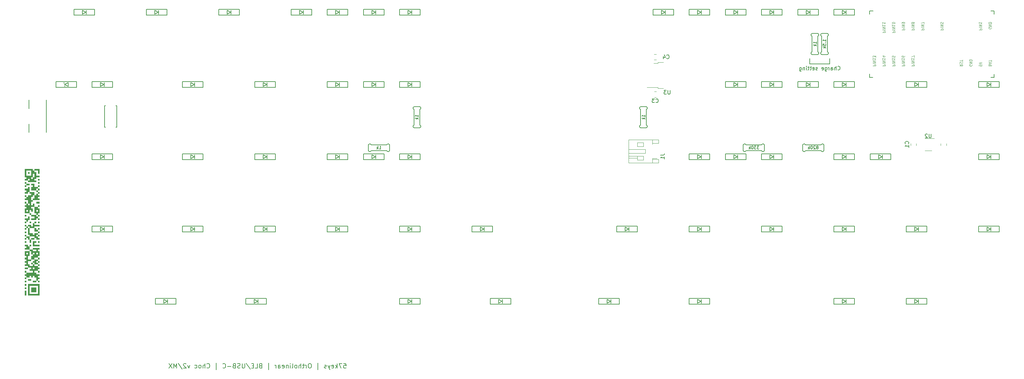
<source format=gbr>
%TF.GenerationSoftware,KiCad,Pcbnew,(6.0.5-0)*%
%TF.CreationDate,2022-06-30T23:22:05+09:00*%
%TF.ProjectId,denpa,64656e70-612e-46b6-9963-61645f706362,1*%
%TF.SameCoordinates,Original*%
%TF.FileFunction,Legend,Bot*%
%TF.FilePolarity,Positive*%
%FSLAX46Y46*%
G04 Gerber Fmt 4.6, Leading zero omitted, Abs format (unit mm)*
G04 Created by KiCad (PCBNEW (6.0.5-0)) date 2022-06-30 23:22:05*
%MOMM*%
%LPD*%
G01*
G04 APERTURE LIST*
%ADD10C,0.150000*%
%ADD11C,0.200000*%
%ADD12C,0.125000*%
%ADD13C,0.120000*%
G04 APERTURE END LIST*
D10*
X234685000Y-62500000D02*
X234685000Y-64000000D01*
X229395000Y-64000000D02*
X229395000Y-62500000D01*
X234685000Y-64000000D02*
X229395000Y-64000000D01*
X236754285Y-65477142D02*
X236801904Y-65524761D01*
X236944761Y-65572380D01*
X237040000Y-65572380D01*
X237182857Y-65524761D01*
X237278095Y-65429523D01*
X237325714Y-65334285D01*
X237373333Y-65143809D01*
X237373333Y-65000952D01*
X237325714Y-64810476D01*
X237278095Y-64715238D01*
X237182857Y-64620000D01*
X237040000Y-64572380D01*
X236944761Y-64572380D01*
X236801904Y-64620000D01*
X236754285Y-64667619D01*
X236325714Y-65572380D02*
X236325714Y-64572380D01*
X235897142Y-65572380D02*
X235897142Y-65048571D01*
X235944761Y-64953333D01*
X236040000Y-64905714D01*
X236182857Y-64905714D01*
X236278095Y-64953333D01*
X236325714Y-65000952D01*
X234992380Y-65572380D02*
X234992380Y-65048571D01*
X235040000Y-64953333D01*
X235135238Y-64905714D01*
X235325714Y-64905714D01*
X235420952Y-64953333D01*
X234992380Y-65524761D02*
X235087619Y-65572380D01*
X235325714Y-65572380D01*
X235420952Y-65524761D01*
X235468571Y-65429523D01*
X235468571Y-65334285D01*
X235420952Y-65239047D01*
X235325714Y-65191428D01*
X235087619Y-65191428D01*
X234992380Y-65143809D01*
X234516190Y-65572380D02*
X234516190Y-64905714D01*
X234516190Y-65096190D02*
X234468571Y-65000952D01*
X234420952Y-64953333D01*
X234325714Y-64905714D01*
X234230476Y-64905714D01*
X233468571Y-64905714D02*
X233468571Y-65715238D01*
X233516190Y-65810476D01*
X233563809Y-65858095D01*
X233659047Y-65905714D01*
X233801904Y-65905714D01*
X233897142Y-65858095D01*
X233468571Y-65524761D02*
X233563809Y-65572380D01*
X233754285Y-65572380D01*
X233849523Y-65524761D01*
X233897142Y-65477142D01*
X233944761Y-65381904D01*
X233944761Y-65096190D01*
X233897142Y-65000952D01*
X233849523Y-64953333D01*
X233754285Y-64905714D01*
X233563809Y-64905714D01*
X233468571Y-64953333D01*
X232611428Y-65524761D02*
X232706666Y-65572380D01*
X232897142Y-65572380D01*
X232992380Y-65524761D01*
X233040000Y-65429523D01*
X233040000Y-65048571D01*
X232992380Y-64953333D01*
X232897142Y-64905714D01*
X232706666Y-64905714D01*
X232611428Y-64953333D01*
X232563809Y-65048571D01*
X232563809Y-65143809D01*
X233040000Y-65239047D01*
X231420952Y-65524761D02*
X231325714Y-65572380D01*
X231135238Y-65572380D01*
X231040000Y-65524761D01*
X230992380Y-65429523D01*
X230992380Y-65381904D01*
X231040000Y-65286666D01*
X231135238Y-65239047D01*
X231278095Y-65239047D01*
X231373333Y-65191428D01*
X231420952Y-65096190D01*
X231420952Y-65048571D01*
X231373333Y-64953333D01*
X231278095Y-64905714D01*
X231135238Y-64905714D01*
X231040000Y-64953333D01*
X230182857Y-65524761D02*
X230278095Y-65572380D01*
X230468571Y-65572380D01*
X230563809Y-65524761D01*
X230611428Y-65429523D01*
X230611428Y-65048571D01*
X230563809Y-64953333D01*
X230468571Y-64905714D01*
X230278095Y-64905714D01*
X230182857Y-64953333D01*
X230135238Y-65048571D01*
X230135238Y-65143809D01*
X230611428Y-65239047D01*
X229849523Y-64905714D02*
X229468571Y-64905714D01*
X229706666Y-64572380D02*
X229706666Y-65429523D01*
X229659047Y-65524761D01*
X229563809Y-65572380D01*
X229468571Y-65572380D01*
X229278095Y-64905714D02*
X228897142Y-64905714D01*
X229135238Y-64572380D02*
X229135238Y-65429523D01*
X229087619Y-65524761D01*
X228992380Y-65572380D01*
X228897142Y-65572380D01*
X228563809Y-65572380D02*
X228563809Y-64905714D01*
X228563809Y-64572380D02*
X228611428Y-64620000D01*
X228563809Y-64667619D01*
X228516190Y-64620000D01*
X228563809Y-64572380D01*
X228563809Y-64667619D01*
X228087619Y-64905714D02*
X228087619Y-65572380D01*
X228087619Y-65000952D02*
X228040000Y-64953333D01*
X227944761Y-64905714D01*
X227801904Y-64905714D01*
X227706666Y-64953333D01*
X227659047Y-65048571D01*
X227659047Y-65572380D01*
X226754285Y-64905714D02*
X226754285Y-65715238D01*
X226801904Y-65810476D01*
X226849523Y-65858095D01*
X226944761Y-65905714D01*
X227087619Y-65905714D01*
X227182857Y-65858095D01*
X226754285Y-65524761D02*
X226849523Y-65572380D01*
X227040000Y-65572380D01*
X227135238Y-65524761D01*
X227182857Y-65477142D01*
X227230476Y-65381904D01*
X227230476Y-65096190D01*
X227182857Y-65000952D01*
X227135238Y-64953333D01*
X227040000Y-64905714D01*
X226849523Y-64905714D01*
X226754285Y-64953333D01*
D11*
X106762857Y-142952857D02*
X107334285Y-142952857D01*
X107391428Y-143524285D01*
X107334285Y-143467142D01*
X107220000Y-143410000D01*
X106934285Y-143410000D01*
X106820000Y-143467142D01*
X106762857Y-143524285D01*
X106705714Y-143638571D01*
X106705714Y-143924285D01*
X106762857Y-144038571D01*
X106820000Y-144095714D01*
X106934285Y-144152857D01*
X107220000Y-144152857D01*
X107334285Y-144095714D01*
X107391428Y-144038571D01*
X106305714Y-142952857D02*
X105505714Y-142952857D01*
X106020000Y-144152857D01*
X105048571Y-144152857D02*
X105048571Y-142952857D01*
X104934285Y-143695714D02*
X104591428Y-144152857D01*
X104591428Y-143352857D02*
X105048571Y-143810000D01*
X103620000Y-144095714D02*
X103734285Y-144152857D01*
X103962857Y-144152857D01*
X104077142Y-144095714D01*
X104134285Y-143981428D01*
X104134285Y-143524285D01*
X104077142Y-143410000D01*
X103962857Y-143352857D01*
X103734285Y-143352857D01*
X103620000Y-143410000D01*
X103562857Y-143524285D01*
X103562857Y-143638571D01*
X104134285Y-143752857D01*
X103162857Y-143352857D02*
X102877142Y-144152857D01*
X102591428Y-143352857D02*
X102877142Y-144152857D01*
X102991428Y-144438571D01*
X103048571Y-144495714D01*
X103162857Y-144552857D01*
X102191428Y-144095714D02*
X102077142Y-144152857D01*
X101848571Y-144152857D01*
X101734285Y-144095714D01*
X101677142Y-143981428D01*
X101677142Y-143924285D01*
X101734285Y-143810000D01*
X101848571Y-143752857D01*
X102020000Y-143752857D01*
X102134285Y-143695714D01*
X102191428Y-143581428D01*
X102191428Y-143524285D01*
X102134285Y-143410000D01*
X102020000Y-143352857D01*
X101848571Y-143352857D01*
X101734285Y-143410000D01*
X99962857Y-144552857D02*
X99962857Y-142838571D01*
X97962857Y-142952857D02*
X97734285Y-142952857D01*
X97620000Y-143010000D01*
X97505714Y-143124285D01*
X97448571Y-143352857D01*
X97448571Y-143752857D01*
X97505714Y-143981428D01*
X97620000Y-144095714D01*
X97734285Y-144152857D01*
X97962857Y-144152857D01*
X98077142Y-144095714D01*
X98191428Y-143981428D01*
X98248571Y-143752857D01*
X98248571Y-143352857D01*
X98191428Y-143124285D01*
X98077142Y-143010000D01*
X97962857Y-142952857D01*
X96934285Y-144152857D02*
X96934285Y-143352857D01*
X96934285Y-143581428D02*
X96877142Y-143467142D01*
X96820000Y-143410000D01*
X96705714Y-143352857D01*
X96591428Y-143352857D01*
X96362857Y-143352857D02*
X95905714Y-143352857D01*
X96191428Y-142952857D02*
X96191428Y-143981428D01*
X96134285Y-144095714D01*
X96020000Y-144152857D01*
X95905714Y-144152857D01*
X95505714Y-144152857D02*
X95505714Y-142952857D01*
X94991428Y-144152857D02*
X94991428Y-143524285D01*
X95048571Y-143410000D01*
X95162857Y-143352857D01*
X95334285Y-143352857D01*
X95448571Y-143410000D01*
X95505714Y-143467142D01*
X94248571Y-144152857D02*
X94362857Y-144095714D01*
X94420000Y-144038571D01*
X94477142Y-143924285D01*
X94477142Y-143581428D01*
X94420000Y-143467142D01*
X94362857Y-143410000D01*
X94248571Y-143352857D01*
X94077142Y-143352857D01*
X93962857Y-143410000D01*
X93905714Y-143467142D01*
X93848571Y-143581428D01*
X93848571Y-143924285D01*
X93905714Y-144038571D01*
X93962857Y-144095714D01*
X94077142Y-144152857D01*
X94248571Y-144152857D01*
X93162857Y-144152857D02*
X93277142Y-144095714D01*
X93334285Y-143981428D01*
X93334285Y-142952857D01*
X92705714Y-144152857D02*
X92705714Y-143352857D01*
X92705714Y-142952857D02*
X92762857Y-143010000D01*
X92705714Y-143067142D01*
X92648571Y-143010000D01*
X92705714Y-142952857D01*
X92705714Y-143067142D01*
X92134285Y-143352857D02*
X92134285Y-144152857D01*
X92134285Y-143467142D02*
X92077142Y-143410000D01*
X91962857Y-143352857D01*
X91791428Y-143352857D01*
X91677142Y-143410000D01*
X91620000Y-143524285D01*
X91620000Y-144152857D01*
X90591428Y-144095714D02*
X90705714Y-144152857D01*
X90934285Y-144152857D01*
X91048571Y-144095714D01*
X91105714Y-143981428D01*
X91105714Y-143524285D01*
X91048571Y-143410000D01*
X90934285Y-143352857D01*
X90705714Y-143352857D01*
X90591428Y-143410000D01*
X90534285Y-143524285D01*
X90534285Y-143638571D01*
X91105714Y-143752857D01*
X89505714Y-144152857D02*
X89505714Y-143524285D01*
X89562857Y-143410000D01*
X89677142Y-143352857D01*
X89905714Y-143352857D01*
X90020000Y-143410000D01*
X89505714Y-144095714D02*
X89620000Y-144152857D01*
X89905714Y-144152857D01*
X90020000Y-144095714D01*
X90077142Y-143981428D01*
X90077142Y-143867142D01*
X90020000Y-143752857D01*
X89905714Y-143695714D01*
X89620000Y-143695714D01*
X89505714Y-143638571D01*
X88934285Y-144152857D02*
X88934285Y-143352857D01*
X88934285Y-143581428D02*
X88877142Y-143467142D01*
X88820000Y-143410000D01*
X88705714Y-143352857D01*
X88591428Y-143352857D01*
X86991428Y-144552857D02*
X86991428Y-142838571D01*
X84820000Y-143524285D02*
X84648571Y-143581428D01*
X84591428Y-143638571D01*
X84534285Y-143752857D01*
X84534285Y-143924285D01*
X84591428Y-144038571D01*
X84648571Y-144095714D01*
X84762857Y-144152857D01*
X85220000Y-144152857D01*
X85220000Y-142952857D01*
X84820000Y-142952857D01*
X84705714Y-143010000D01*
X84648571Y-143067142D01*
X84591428Y-143181428D01*
X84591428Y-143295714D01*
X84648571Y-143410000D01*
X84705714Y-143467142D01*
X84820000Y-143524285D01*
X85220000Y-143524285D01*
X83448571Y-144152857D02*
X84020000Y-144152857D01*
X84020000Y-142952857D01*
X83048571Y-143524285D02*
X82648571Y-143524285D01*
X82477142Y-144152857D02*
X83048571Y-144152857D01*
X83048571Y-142952857D01*
X82477142Y-142952857D01*
X81105714Y-142895714D02*
X82134285Y-144438571D01*
X80705714Y-142952857D02*
X80705714Y-143924285D01*
X80648571Y-144038571D01*
X80591428Y-144095714D01*
X80477142Y-144152857D01*
X80248571Y-144152857D01*
X80134285Y-144095714D01*
X80077142Y-144038571D01*
X80020000Y-143924285D01*
X80020000Y-142952857D01*
X79505714Y-144095714D02*
X79334285Y-144152857D01*
X79048571Y-144152857D01*
X78934285Y-144095714D01*
X78877142Y-144038571D01*
X78820000Y-143924285D01*
X78820000Y-143810000D01*
X78877142Y-143695714D01*
X78934285Y-143638571D01*
X79048571Y-143581428D01*
X79277142Y-143524285D01*
X79391428Y-143467142D01*
X79448571Y-143410000D01*
X79505714Y-143295714D01*
X79505714Y-143181428D01*
X79448571Y-143067142D01*
X79391428Y-143010000D01*
X79277142Y-142952857D01*
X78991428Y-142952857D01*
X78820000Y-143010000D01*
X77905714Y-143524285D02*
X77734285Y-143581428D01*
X77677142Y-143638571D01*
X77620000Y-143752857D01*
X77620000Y-143924285D01*
X77677142Y-144038571D01*
X77734285Y-144095714D01*
X77848571Y-144152857D01*
X78305714Y-144152857D01*
X78305714Y-142952857D01*
X77905714Y-142952857D01*
X77791428Y-143010000D01*
X77734285Y-143067142D01*
X77677142Y-143181428D01*
X77677142Y-143295714D01*
X77734285Y-143410000D01*
X77791428Y-143467142D01*
X77905714Y-143524285D01*
X78305714Y-143524285D01*
X77105714Y-143695714D02*
X76191428Y-143695714D01*
X74934285Y-144038571D02*
X74991428Y-144095714D01*
X75162857Y-144152857D01*
X75277142Y-144152857D01*
X75448571Y-144095714D01*
X75562857Y-143981428D01*
X75620000Y-143867142D01*
X75677142Y-143638571D01*
X75677142Y-143467142D01*
X75620000Y-143238571D01*
X75562857Y-143124285D01*
X75448571Y-143010000D01*
X75277142Y-142952857D01*
X75162857Y-142952857D01*
X74991428Y-143010000D01*
X74934285Y-143067142D01*
X73220000Y-144552857D02*
X73220000Y-142838571D01*
X70762857Y-144038571D02*
X70820000Y-144095714D01*
X70991428Y-144152857D01*
X71105714Y-144152857D01*
X71277142Y-144095714D01*
X71391428Y-143981428D01*
X71448571Y-143867142D01*
X71505714Y-143638571D01*
X71505714Y-143467142D01*
X71448571Y-143238571D01*
X71391428Y-143124285D01*
X71277142Y-143010000D01*
X71105714Y-142952857D01*
X70991428Y-142952857D01*
X70820000Y-143010000D01*
X70762857Y-143067142D01*
X70248571Y-144152857D02*
X70248571Y-142952857D01*
X69734285Y-144152857D02*
X69734285Y-143524285D01*
X69791428Y-143410000D01*
X69905714Y-143352857D01*
X70077142Y-143352857D01*
X70191428Y-143410000D01*
X70248571Y-143467142D01*
X68991428Y-144152857D02*
X69105714Y-144095714D01*
X69162857Y-144038571D01*
X69220000Y-143924285D01*
X69220000Y-143581428D01*
X69162857Y-143467142D01*
X69105714Y-143410000D01*
X68991428Y-143352857D01*
X68820000Y-143352857D01*
X68705714Y-143410000D01*
X68648571Y-143467142D01*
X68591428Y-143581428D01*
X68591428Y-143924285D01*
X68648571Y-144038571D01*
X68705714Y-144095714D01*
X68820000Y-144152857D01*
X68991428Y-144152857D01*
X67562857Y-144095714D02*
X67677142Y-144152857D01*
X67905714Y-144152857D01*
X68020000Y-144095714D01*
X68077142Y-144038571D01*
X68134285Y-143924285D01*
X68134285Y-143581428D01*
X68077142Y-143467142D01*
X68020000Y-143410000D01*
X67905714Y-143352857D01*
X67677142Y-143352857D01*
X67562857Y-143410000D01*
X66248571Y-143352857D02*
X65962857Y-144152857D01*
X65677142Y-143352857D01*
X65277142Y-143067142D02*
X65220000Y-143010000D01*
X65105714Y-142952857D01*
X64820000Y-142952857D01*
X64705714Y-143010000D01*
X64648571Y-143067142D01*
X64591428Y-143181428D01*
X64591428Y-143295714D01*
X64648571Y-143467142D01*
X65334285Y-144152857D01*
X64591428Y-144152857D01*
X63220000Y-142895714D02*
X64248571Y-144438571D01*
X62820000Y-144152857D02*
X62820000Y-142952857D01*
X62420000Y-143810000D01*
X62020000Y-142952857D01*
X62020000Y-144152857D01*
X61562857Y-142952857D02*
X60762857Y-144152857D01*
X60762857Y-142952857D02*
X61562857Y-144152857D01*
D12*
%TO.C,U1*%
X245988714Y-64509226D02*
X246738714Y-64509226D01*
X246738714Y-64253988D01*
X246703000Y-64190178D01*
X246667285Y-64158273D01*
X246595857Y-64126369D01*
X246488714Y-64126369D01*
X246417285Y-64158273D01*
X246381571Y-64190178D01*
X246345857Y-64253988D01*
X246345857Y-64509226D01*
X245988714Y-63839226D02*
X246738714Y-63839226D01*
X245988714Y-63520178D02*
X246738714Y-63520178D01*
X245988714Y-63137321D01*
X246738714Y-63137321D01*
X245988714Y-62467321D02*
X245988714Y-62850178D01*
X245988714Y-62658750D02*
X246738714Y-62658750D01*
X246631571Y-62722559D01*
X246560142Y-62786369D01*
X246524428Y-62850178D01*
X246738714Y-62243988D02*
X246738714Y-61829226D01*
X246453000Y-62052559D01*
X246453000Y-61956845D01*
X246417285Y-61893035D01*
X246381571Y-61861130D01*
X246310142Y-61829226D01*
X246131571Y-61829226D01*
X246060142Y-61861130D01*
X246024428Y-61893035D01*
X245988714Y-61956845D01*
X245988714Y-62148273D01*
X246024428Y-62212083D01*
X246060142Y-62243988D01*
X256148714Y-55000773D02*
X256898714Y-55000773D01*
X256898714Y-54745535D01*
X256863000Y-54681726D01*
X256827285Y-54649821D01*
X256755857Y-54617916D01*
X256648714Y-54617916D01*
X256577285Y-54649821D01*
X256541571Y-54681726D01*
X256505857Y-54745535D01*
X256505857Y-55000773D01*
X256148714Y-54330773D02*
X256898714Y-54330773D01*
X256148714Y-54011726D02*
X256898714Y-54011726D01*
X256148714Y-53628869D01*
X256898714Y-53628869D01*
X256577285Y-53214107D02*
X256613000Y-53277916D01*
X256648714Y-53309821D01*
X256720142Y-53341726D01*
X256755857Y-53341726D01*
X256827285Y-53309821D01*
X256863000Y-53277916D01*
X256898714Y-53214107D01*
X256898714Y-53086488D01*
X256863000Y-53022678D01*
X256827285Y-52990773D01*
X256755857Y-52958869D01*
X256720142Y-52958869D01*
X256648714Y-52990773D01*
X256613000Y-53022678D01*
X256577285Y-53086488D01*
X256577285Y-53214107D01*
X256541571Y-53277916D01*
X256505857Y-53309821D01*
X256434428Y-53341726D01*
X256291571Y-53341726D01*
X256220142Y-53309821D01*
X256184428Y-53277916D01*
X256148714Y-53214107D01*
X256148714Y-53086488D01*
X256184428Y-53022678D01*
X256220142Y-52990773D01*
X256291571Y-52958869D01*
X256434428Y-52958869D01*
X256505857Y-52990773D01*
X256541571Y-53022678D01*
X256577285Y-53086488D01*
X256148714Y-64509226D02*
X256898714Y-64509226D01*
X256898714Y-64253988D01*
X256863000Y-64190178D01*
X256827285Y-64158273D01*
X256755857Y-64126369D01*
X256648714Y-64126369D01*
X256577285Y-64158273D01*
X256541571Y-64190178D01*
X256505857Y-64253988D01*
X256505857Y-64509226D01*
X256148714Y-63839226D02*
X256898714Y-63839226D01*
X256148714Y-63520178D02*
X256898714Y-63520178D01*
X256148714Y-63137321D01*
X256898714Y-63137321D01*
X256148714Y-62467321D02*
X256148714Y-62850178D01*
X256148714Y-62658750D02*
X256898714Y-62658750D01*
X256791571Y-62722559D01*
X256720142Y-62786369D01*
X256684428Y-62850178D01*
X256898714Y-62243988D02*
X256898714Y-61797321D01*
X256148714Y-62084464D01*
X276861571Y-64285892D02*
X276825857Y-64190178D01*
X276790142Y-64158273D01*
X276718714Y-64126369D01*
X276611571Y-64126369D01*
X276540142Y-64158273D01*
X276504428Y-64190178D01*
X276468714Y-64253988D01*
X276468714Y-64509226D01*
X277218714Y-64509226D01*
X277218714Y-64285892D01*
X277183000Y-64222083D01*
X277147285Y-64190178D01*
X277075857Y-64158273D01*
X277004428Y-64158273D01*
X276933000Y-64190178D01*
X276897285Y-64222083D01*
X276861571Y-64285892D01*
X276861571Y-64509226D01*
X276683000Y-63871130D02*
X276683000Y-63552083D01*
X276468714Y-63934940D02*
X277218714Y-63711607D01*
X276468714Y-63488273D01*
X277218714Y-63360654D02*
X277218714Y-62977797D01*
X276468714Y-63169226D02*
X277218714Y-63169226D01*
X248528714Y-64509226D02*
X249278714Y-64509226D01*
X249278714Y-64253988D01*
X249243000Y-64190178D01*
X249207285Y-64158273D01*
X249135857Y-64126369D01*
X249028714Y-64126369D01*
X248957285Y-64158273D01*
X248921571Y-64190178D01*
X248885857Y-64253988D01*
X248885857Y-64509226D01*
X248528714Y-63839226D02*
X249278714Y-63839226D01*
X248528714Y-63520178D02*
X249278714Y-63520178D01*
X248528714Y-63137321D01*
X249278714Y-63137321D01*
X248528714Y-62467321D02*
X248528714Y-62850178D01*
X248528714Y-62658750D02*
X249278714Y-62658750D01*
X249171571Y-62722559D01*
X249100142Y-62786369D01*
X249064428Y-62850178D01*
X249028714Y-61893035D02*
X248528714Y-61893035D01*
X249314428Y-62052559D02*
X248778714Y-62212083D01*
X248778714Y-61797321D01*
X272103000Y-64158273D02*
X272138714Y-64222083D01*
X272138714Y-64317797D01*
X272103000Y-64413511D01*
X272031571Y-64477321D01*
X271960142Y-64509226D01*
X271817285Y-64541130D01*
X271710142Y-64541130D01*
X271567285Y-64509226D01*
X271495857Y-64477321D01*
X271424428Y-64413511D01*
X271388714Y-64317797D01*
X271388714Y-64253988D01*
X271424428Y-64158273D01*
X271460142Y-64126369D01*
X271710142Y-64126369D01*
X271710142Y-64253988D01*
X271388714Y-63839226D02*
X272138714Y-63839226D01*
X271388714Y-63456369D01*
X272138714Y-63456369D01*
X271388714Y-63137321D02*
X272138714Y-63137321D01*
X272138714Y-62977797D01*
X272103000Y-62882083D01*
X272031571Y-62818273D01*
X271960142Y-62786369D01*
X271817285Y-62754464D01*
X271710142Y-62754464D01*
X271567285Y-62786369D01*
X271495857Y-62818273D01*
X271424428Y-62882083D01*
X271388714Y-62977797D01*
X271388714Y-63137321D01*
X258688714Y-55000773D02*
X259438714Y-55000773D01*
X259438714Y-54745535D01*
X259403000Y-54681726D01*
X259367285Y-54649821D01*
X259295857Y-54617916D01*
X259188714Y-54617916D01*
X259117285Y-54649821D01*
X259081571Y-54681726D01*
X259045857Y-54745535D01*
X259045857Y-55000773D01*
X258688714Y-54330773D02*
X259438714Y-54330773D01*
X258688714Y-54011726D02*
X259438714Y-54011726D01*
X258688714Y-53628869D01*
X259438714Y-53628869D01*
X259438714Y-53373630D02*
X259438714Y-52926964D01*
X258688714Y-53214107D01*
X253608714Y-55000773D02*
X254358714Y-55000773D01*
X254358714Y-54745535D01*
X254323000Y-54681726D01*
X254287285Y-54649821D01*
X254215857Y-54617916D01*
X254108714Y-54617916D01*
X254037285Y-54649821D01*
X254001571Y-54681726D01*
X253965857Y-54745535D01*
X253965857Y-55000773D01*
X253608714Y-54330773D02*
X254358714Y-54330773D01*
X253608714Y-54011726D02*
X254358714Y-54011726D01*
X253608714Y-53628869D01*
X254358714Y-53628869D01*
X253608714Y-53277916D02*
X253608714Y-53150297D01*
X253644428Y-53086488D01*
X253680142Y-53054583D01*
X253787285Y-52990773D01*
X253930142Y-52958869D01*
X254215857Y-52958869D01*
X254287285Y-52990773D01*
X254323000Y-53022678D01*
X254358714Y-53086488D01*
X254358714Y-53214107D01*
X254323000Y-53277916D01*
X254287285Y-53309821D01*
X254215857Y-53341726D01*
X254037285Y-53341726D01*
X253965857Y-53309821D01*
X253930142Y-53277916D01*
X253894428Y-53214107D01*
X253894428Y-53086488D01*
X253930142Y-53022678D01*
X253965857Y-52990773D01*
X254037285Y-52958869D01*
X263768714Y-55000773D02*
X264518714Y-55000773D01*
X264518714Y-54745535D01*
X264483000Y-54681726D01*
X264447285Y-54649821D01*
X264375857Y-54617916D01*
X264268714Y-54617916D01*
X264197285Y-54649821D01*
X264161571Y-54681726D01*
X264125857Y-54745535D01*
X264125857Y-55000773D01*
X263768714Y-54330773D02*
X264518714Y-54330773D01*
X263768714Y-54011726D02*
X264518714Y-54011726D01*
X263768714Y-53628869D01*
X264518714Y-53628869D01*
X264518714Y-52990773D02*
X264518714Y-53309821D01*
X264161571Y-53341726D01*
X264197285Y-53309821D01*
X264233000Y-53246011D01*
X264233000Y-53086488D01*
X264197285Y-53022678D01*
X264161571Y-52990773D01*
X264090142Y-52958869D01*
X263911571Y-52958869D01*
X263840142Y-52990773D01*
X263804428Y-53022678D01*
X263768714Y-53086488D01*
X263768714Y-53246011D01*
X263804428Y-53309821D01*
X263840142Y-53341726D01*
X248528714Y-55638869D02*
X249278714Y-55638869D01*
X249278714Y-55383630D01*
X249243000Y-55319821D01*
X249207285Y-55287916D01*
X249135857Y-55256011D01*
X249028714Y-55256011D01*
X248957285Y-55287916D01*
X248921571Y-55319821D01*
X248885857Y-55383630D01*
X248885857Y-55638869D01*
X248528714Y-54968869D02*
X249278714Y-54968869D01*
X248528714Y-54649821D02*
X249278714Y-54649821D01*
X248528714Y-54266964D01*
X249278714Y-54266964D01*
X248528714Y-53596964D02*
X248528714Y-53979821D01*
X248528714Y-53788392D02*
X249278714Y-53788392D01*
X249171571Y-53852202D01*
X249100142Y-53916011D01*
X249064428Y-53979821D01*
X248528714Y-52958869D02*
X248528714Y-53341726D01*
X248528714Y-53150297D02*
X249278714Y-53150297D01*
X249171571Y-53214107D01*
X249100142Y-53277916D01*
X249064428Y-53341726D01*
X273928714Y-55000773D02*
X274678714Y-55000773D01*
X274678714Y-54745535D01*
X274643000Y-54681726D01*
X274607285Y-54649821D01*
X274535857Y-54617916D01*
X274428714Y-54617916D01*
X274357285Y-54649821D01*
X274321571Y-54681726D01*
X274285857Y-54745535D01*
X274285857Y-55000773D01*
X273928714Y-54330773D02*
X274678714Y-54330773D01*
X273928714Y-54011726D02*
X274678714Y-54011726D01*
X273928714Y-53628869D01*
X274678714Y-53628869D01*
X273928714Y-52958869D02*
X273928714Y-53341726D01*
X273928714Y-53150297D02*
X274678714Y-53150297D01*
X274571571Y-53214107D01*
X274500142Y-53277916D01*
X274464428Y-53341726D01*
X251068714Y-64509226D02*
X251818714Y-64509226D01*
X251818714Y-64253988D01*
X251783000Y-64190178D01*
X251747285Y-64158273D01*
X251675857Y-64126369D01*
X251568714Y-64126369D01*
X251497285Y-64158273D01*
X251461571Y-64190178D01*
X251425857Y-64253988D01*
X251425857Y-64509226D01*
X251068714Y-63839226D02*
X251818714Y-63839226D01*
X251068714Y-63520178D02*
X251818714Y-63520178D01*
X251068714Y-63137321D01*
X251818714Y-63137321D01*
X251068714Y-62467321D02*
X251068714Y-62850178D01*
X251068714Y-62658750D02*
X251818714Y-62658750D01*
X251711571Y-62722559D01*
X251640142Y-62786369D01*
X251604428Y-62850178D01*
X251818714Y-61861130D02*
X251818714Y-62180178D01*
X251461571Y-62212083D01*
X251497285Y-62180178D01*
X251533000Y-62116369D01*
X251533000Y-61956845D01*
X251497285Y-61893035D01*
X251461571Y-61861130D01*
X251390142Y-61829226D01*
X251211571Y-61829226D01*
X251140142Y-61861130D01*
X251104428Y-61893035D01*
X251068714Y-61956845D01*
X251068714Y-62116369D01*
X251104428Y-62180178D01*
X251140142Y-62212083D01*
X253608714Y-64509226D02*
X254358714Y-64509226D01*
X254358714Y-64253988D01*
X254323000Y-64190178D01*
X254287285Y-64158273D01*
X254215857Y-64126369D01*
X254108714Y-64126369D01*
X254037285Y-64158273D01*
X254001571Y-64190178D01*
X253965857Y-64253988D01*
X253965857Y-64509226D01*
X253608714Y-63839226D02*
X254358714Y-63839226D01*
X253608714Y-63520178D02*
X254358714Y-63520178D01*
X253608714Y-63137321D01*
X254358714Y-63137321D01*
X253608714Y-62467321D02*
X253608714Y-62850178D01*
X253608714Y-62658750D02*
X254358714Y-62658750D01*
X254251571Y-62722559D01*
X254180142Y-62786369D01*
X254144428Y-62850178D01*
X254358714Y-61893035D02*
X254358714Y-62020654D01*
X254323000Y-62084464D01*
X254287285Y-62116369D01*
X254180142Y-62180178D01*
X254037285Y-62212083D01*
X253751571Y-62212083D01*
X253680142Y-62180178D01*
X253644428Y-62148273D01*
X253608714Y-62084464D01*
X253608714Y-61956845D01*
X253644428Y-61893035D01*
X253680142Y-61861130D01*
X253751571Y-61829226D01*
X253930142Y-61829226D01*
X254001571Y-61861130D01*
X254037285Y-61893035D01*
X254073000Y-61956845D01*
X254073000Y-62084464D01*
X254037285Y-62148273D01*
X254001571Y-62180178D01*
X253930142Y-62212083D01*
X274678714Y-64190178D02*
X274678714Y-64509226D01*
X274321571Y-64541130D01*
X274357285Y-64509226D01*
X274393000Y-64445416D01*
X274393000Y-64285892D01*
X274357285Y-64222083D01*
X274321571Y-64190178D01*
X274250142Y-64158273D01*
X274071571Y-64158273D01*
X274000142Y-64190178D01*
X273964428Y-64222083D01*
X273928714Y-64285892D01*
X273928714Y-64445416D01*
X273964428Y-64509226D01*
X274000142Y-64541130D01*
X274678714Y-63966845D02*
X273928714Y-63743511D01*
X274678714Y-63520178D01*
X268848714Y-64126369D02*
X269205857Y-64349702D01*
X268848714Y-64509226D02*
X269598714Y-64509226D01*
X269598714Y-64253988D01*
X269563000Y-64190178D01*
X269527285Y-64158273D01*
X269455857Y-64126369D01*
X269348714Y-64126369D01*
X269277285Y-64158273D01*
X269241571Y-64190178D01*
X269205857Y-64253988D01*
X269205857Y-64509226D01*
X268884428Y-63871130D02*
X268848714Y-63775416D01*
X268848714Y-63615892D01*
X268884428Y-63552083D01*
X268920142Y-63520178D01*
X268991571Y-63488273D01*
X269063000Y-63488273D01*
X269134428Y-63520178D01*
X269170142Y-63552083D01*
X269205857Y-63615892D01*
X269241571Y-63743511D01*
X269277285Y-63807321D01*
X269313000Y-63839226D01*
X269384428Y-63871130D01*
X269455857Y-63871130D01*
X269527285Y-63839226D01*
X269563000Y-63807321D01*
X269598714Y-63743511D01*
X269598714Y-63583988D01*
X269563000Y-63488273D01*
X269598714Y-63296845D02*
X269598714Y-62913988D01*
X268848714Y-63105416D02*
X269598714Y-63105416D01*
X277183000Y-54362678D02*
X277218714Y-54426488D01*
X277218714Y-54522202D01*
X277183000Y-54617916D01*
X277111571Y-54681726D01*
X277040142Y-54713630D01*
X276897285Y-54745535D01*
X276790142Y-54745535D01*
X276647285Y-54713630D01*
X276575857Y-54681726D01*
X276504428Y-54617916D01*
X276468714Y-54522202D01*
X276468714Y-54458392D01*
X276504428Y-54362678D01*
X276540142Y-54330773D01*
X276790142Y-54330773D01*
X276790142Y-54458392D01*
X276468714Y-54043630D02*
X277218714Y-54043630D01*
X276468714Y-53660773D01*
X277218714Y-53660773D01*
X276468714Y-53341726D02*
X277218714Y-53341726D01*
X277218714Y-53182202D01*
X277183000Y-53086488D01*
X277111571Y-53022678D01*
X277040142Y-52990773D01*
X276897285Y-52958869D01*
X276790142Y-52958869D01*
X276647285Y-52990773D01*
X276575857Y-53022678D01*
X276504428Y-53086488D01*
X276468714Y-53182202D01*
X276468714Y-53341726D01*
X251068714Y-55638869D02*
X251818714Y-55638869D01*
X251818714Y-55383630D01*
X251783000Y-55319821D01*
X251747285Y-55287916D01*
X251675857Y-55256011D01*
X251568714Y-55256011D01*
X251497285Y-55287916D01*
X251461571Y-55319821D01*
X251425857Y-55383630D01*
X251425857Y-55638869D01*
X251068714Y-54968869D02*
X251818714Y-54968869D01*
X251068714Y-54649821D02*
X251818714Y-54649821D01*
X251068714Y-54266964D01*
X251818714Y-54266964D01*
X251068714Y-53596964D02*
X251068714Y-53979821D01*
X251068714Y-53788392D02*
X251818714Y-53788392D01*
X251711571Y-53852202D01*
X251640142Y-53916011D01*
X251604428Y-53979821D01*
X251818714Y-53182202D02*
X251818714Y-53118392D01*
X251783000Y-53054583D01*
X251747285Y-53022678D01*
X251675857Y-52990773D01*
X251533000Y-52958869D01*
X251354428Y-52958869D01*
X251211571Y-52990773D01*
X251140142Y-53022678D01*
X251104428Y-53054583D01*
X251068714Y-53118392D01*
X251068714Y-53182202D01*
X251104428Y-53246011D01*
X251140142Y-53277916D01*
X251211571Y-53309821D01*
X251354428Y-53341726D01*
X251533000Y-53341726D01*
X251675857Y-53309821D01*
X251747285Y-53277916D01*
X251783000Y-53246011D01*
X251818714Y-53182202D01*
D10*
%TO.C,U3*%
X192636904Y-70952380D02*
X192636904Y-71761904D01*
X192589285Y-71857142D01*
X192541666Y-71904761D01*
X192446428Y-71952380D01*
X192255952Y-71952380D01*
X192160714Y-71904761D01*
X192113095Y-71857142D01*
X192065476Y-71761904D01*
X192065476Y-70952380D01*
X191684523Y-70952380D02*
X191065476Y-70952380D01*
X191398809Y-71333333D01*
X191255952Y-71333333D01*
X191160714Y-71380952D01*
X191113095Y-71428571D01*
X191065476Y-71523809D01*
X191065476Y-71761904D01*
X191113095Y-71857142D01*
X191160714Y-71904761D01*
X191255952Y-71952380D01*
X191541666Y-71952380D01*
X191636904Y-71904761D01*
X191684523Y-71857142D01*
%TO.C,J1*%
X190157380Y-87996666D02*
X190871666Y-87996666D01*
X191014523Y-87949047D01*
X191109761Y-87853809D01*
X191157380Y-87710952D01*
X191157380Y-87615714D01*
X191157380Y-88996666D02*
X191157380Y-88425238D01*
X191157380Y-88710952D02*
X190157380Y-88710952D01*
X190300238Y-88615714D01*
X190395476Y-88520476D01*
X190443095Y-88425238D01*
%TO.C,C4*%
X191771666Y-62487142D02*
X191819285Y-62534761D01*
X191962142Y-62582380D01*
X192057380Y-62582380D01*
X192200238Y-62534761D01*
X192295476Y-62439523D01*
X192343095Y-62344285D01*
X192390714Y-62153809D01*
X192390714Y-62010952D01*
X192343095Y-61820476D01*
X192295476Y-61725238D01*
X192200238Y-61630000D01*
X192057380Y-61582380D01*
X191962142Y-61582380D01*
X191819285Y-61630000D01*
X191771666Y-61677619D01*
X190914523Y-61915714D02*
X190914523Y-62582380D01*
X191152619Y-61534761D02*
X191390714Y-62249047D01*
X190771666Y-62249047D01*
%TO.C,C1*%
X255392142Y-85023333D02*
X255439761Y-84975714D01*
X255487380Y-84832857D01*
X255487380Y-84737619D01*
X255439761Y-84594761D01*
X255344523Y-84499523D01*
X255249285Y-84451904D01*
X255058809Y-84404285D01*
X254915952Y-84404285D01*
X254725476Y-84451904D01*
X254630238Y-84499523D01*
X254535000Y-84594761D01*
X254487380Y-84737619D01*
X254487380Y-84832857D01*
X254535000Y-84975714D01*
X254582619Y-85023333D01*
X255487380Y-85975714D02*
X255487380Y-85404285D01*
X255487380Y-85690000D02*
X254487380Y-85690000D01*
X254630238Y-85594761D01*
X254725476Y-85499523D01*
X254773095Y-85404285D01*
%TO.C,R2*%
X186026904Y-77904761D02*
X186026904Y-77447619D01*
X186026904Y-77676190D02*
X185226904Y-77676190D01*
X185341190Y-77600000D01*
X185417380Y-77523809D01*
X185455476Y-77447619D01*
X186026904Y-78247619D02*
X185226904Y-78247619D01*
X185722142Y-78323809D02*
X186026904Y-78552380D01*
X185493571Y-78552380D02*
X185798333Y-78247619D01*
%TO.C,U2*%
X261356904Y-82432380D02*
X261356904Y-83241904D01*
X261309285Y-83337142D01*
X261261666Y-83384761D01*
X261166428Y-83432380D01*
X260975952Y-83432380D01*
X260880714Y-83384761D01*
X260833095Y-83337142D01*
X260785476Y-83241904D01*
X260785476Y-82432380D01*
X260356904Y-82527619D02*
X260309285Y-82480000D01*
X260214047Y-82432380D01*
X259975952Y-82432380D01*
X259880714Y-82480000D01*
X259833095Y-82527619D01*
X259785476Y-82622857D01*
X259785476Y-82718095D01*
X259833095Y-82860952D01*
X260404523Y-83432380D01*
X259785476Y-83432380D01*
%TO.C,R4*%
X231156904Y-58604761D02*
X231156904Y-58147619D01*
X231156904Y-58376190D02*
X230356904Y-58376190D01*
X230471190Y-58300000D01*
X230547380Y-58223809D01*
X230585476Y-58147619D01*
X231156904Y-58947619D02*
X230356904Y-58947619D01*
X230852142Y-59023809D02*
X231156904Y-59252380D01*
X230623571Y-59252380D02*
X230928333Y-58947619D01*
%TO.C,R6*%
X216067380Y-85601904D02*
X215572142Y-85601904D01*
X215838809Y-85906666D01*
X215724523Y-85906666D01*
X215648333Y-85944761D01*
X215610238Y-85982857D01*
X215572142Y-86059047D01*
X215572142Y-86249523D01*
X215610238Y-86325714D01*
X215648333Y-86363809D01*
X215724523Y-86401904D01*
X215953095Y-86401904D01*
X216029285Y-86363809D01*
X216067380Y-86325714D01*
X215305476Y-85601904D02*
X214810238Y-85601904D01*
X215076904Y-85906666D01*
X214962619Y-85906666D01*
X214886428Y-85944761D01*
X214848333Y-85982857D01*
X214810238Y-86059047D01*
X214810238Y-86249523D01*
X214848333Y-86325714D01*
X214886428Y-86363809D01*
X214962619Y-86401904D01*
X215191190Y-86401904D01*
X215267380Y-86363809D01*
X215305476Y-86325714D01*
X214315000Y-85601904D02*
X214238809Y-85601904D01*
X214162619Y-85640000D01*
X214124523Y-85678095D01*
X214086428Y-85754285D01*
X214048333Y-85906666D01*
X214048333Y-86097142D01*
X214086428Y-86249523D01*
X214124523Y-86325714D01*
X214162619Y-86363809D01*
X214238809Y-86401904D01*
X214315000Y-86401904D01*
X214391190Y-86363809D01*
X214429285Y-86325714D01*
X214467380Y-86249523D01*
X214505476Y-86097142D01*
X214505476Y-85906666D01*
X214467380Y-85754285D01*
X214429285Y-85678095D01*
X214391190Y-85640000D01*
X214315000Y-85601904D01*
X213705476Y-86401904D02*
X213705476Y-85601904D01*
X213629285Y-86097142D02*
X213400714Y-86401904D01*
X213400714Y-85868571D02*
X213705476Y-86173333D01*
%TO.C,R7*%
X231476904Y-85944761D02*
X231553095Y-85906666D01*
X231591190Y-85868571D01*
X231629285Y-85792380D01*
X231629285Y-85754285D01*
X231591190Y-85678095D01*
X231553095Y-85640000D01*
X231476904Y-85601904D01*
X231324523Y-85601904D01*
X231248333Y-85640000D01*
X231210238Y-85678095D01*
X231172142Y-85754285D01*
X231172142Y-85792380D01*
X231210238Y-85868571D01*
X231248333Y-85906666D01*
X231324523Y-85944761D01*
X231476904Y-85944761D01*
X231553095Y-85982857D01*
X231591190Y-86020952D01*
X231629285Y-86097142D01*
X231629285Y-86249523D01*
X231591190Y-86325714D01*
X231553095Y-86363809D01*
X231476904Y-86401904D01*
X231324523Y-86401904D01*
X231248333Y-86363809D01*
X231210238Y-86325714D01*
X231172142Y-86249523D01*
X231172142Y-86097142D01*
X231210238Y-86020952D01*
X231248333Y-85982857D01*
X231324523Y-85944761D01*
X230867380Y-85678095D02*
X230829285Y-85640000D01*
X230753095Y-85601904D01*
X230562619Y-85601904D01*
X230486428Y-85640000D01*
X230448333Y-85678095D01*
X230410238Y-85754285D01*
X230410238Y-85830476D01*
X230448333Y-85944761D01*
X230905476Y-86401904D01*
X230410238Y-86401904D01*
X229915000Y-85601904D02*
X229838809Y-85601904D01*
X229762619Y-85640000D01*
X229724523Y-85678095D01*
X229686428Y-85754285D01*
X229648333Y-85906666D01*
X229648333Y-86097142D01*
X229686428Y-86249523D01*
X229724523Y-86325714D01*
X229762619Y-86363809D01*
X229838809Y-86401904D01*
X229915000Y-86401904D01*
X229991190Y-86363809D01*
X230029285Y-86325714D01*
X230067380Y-86249523D01*
X230105476Y-86097142D01*
X230105476Y-85906666D01*
X230067380Y-85754285D01*
X230029285Y-85678095D01*
X229991190Y-85640000D01*
X229915000Y-85601904D01*
X229305476Y-86401904D02*
X229305476Y-85601904D01*
X229229285Y-86097142D02*
X229000714Y-86401904D01*
X229000714Y-85868571D02*
X229305476Y-86173333D01*
%TO.C,C3*%
X188901666Y-74067142D02*
X188949285Y-74114761D01*
X189092142Y-74162380D01*
X189187380Y-74162380D01*
X189330238Y-74114761D01*
X189425476Y-74019523D01*
X189473095Y-73924285D01*
X189520714Y-73733809D01*
X189520714Y-73590952D01*
X189473095Y-73400476D01*
X189425476Y-73305238D01*
X189330238Y-73210000D01*
X189187380Y-73162380D01*
X189092142Y-73162380D01*
X188949285Y-73210000D01*
X188901666Y-73257619D01*
X188568333Y-73162380D02*
X187949285Y-73162380D01*
X188282619Y-73543333D01*
X188139761Y-73543333D01*
X188044523Y-73590952D01*
X187996904Y-73638571D01*
X187949285Y-73733809D01*
X187949285Y-73971904D01*
X187996904Y-74067142D01*
X188044523Y-74114761D01*
X188139761Y-74162380D01*
X188425476Y-74162380D01*
X188520714Y-74114761D01*
X188568333Y-74067142D01*
%TO.C,R5*%
X126361904Y-77904761D02*
X126361904Y-77447619D01*
X126361904Y-77676190D02*
X125561904Y-77676190D01*
X125676190Y-77600000D01*
X125752380Y-77523809D01*
X125790476Y-77447619D01*
X126361904Y-78247619D02*
X125561904Y-78247619D01*
X126057142Y-78323809D02*
X126361904Y-78552380D01*
X125828571Y-78552380D02*
X126133333Y-78247619D01*
%TO.C,R3*%
X233646904Y-58033333D02*
X233646904Y-57576190D01*
X233646904Y-57804761D02*
X232846904Y-57804761D01*
X232961190Y-57728571D01*
X233037380Y-57652380D01*
X233075476Y-57576190D01*
X233570714Y-58376190D02*
X233608809Y-58414285D01*
X233646904Y-58376190D01*
X233608809Y-58338095D01*
X233570714Y-58376190D01*
X233646904Y-58376190D01*
X232846904Y-59138095D02*
X232846904Y-58757142D01*
X233227857Y-58719047D01*
X233189761Y-58757142D01*
X233151666Y-58833333D01*
X233151666Y-59023809D01*
X233189761Y-59100000D01*
X233227857Y-59138095D01*
X233304047Y-59176190D01*
X233494523Y-59176190D01*
X233570714Y-59138095D01*
X233608809Y-59100000D01*
X233646904Y-59023809D01*
X233646904Y-58833333D01*
X233608809Y-58757142D01*
X233570714Y-58719047D01*
X233646904Y-59519047D02*
X232846904Y-59519047D01*
X233342142Y-59595238D02*
X233646904Y-59823809D01*
X233113571Y-59823809D02*
X233418333Y-59519047D01*
%TO.C,R1*%
X116115238Y-86401904D02*
X116572380Y-86401904D01*
X116343809Y-86401904D02*
X116343809Y-85601904D01*
X116420000Y-85716190D01*
X116496190Y-85792380D01*
X116572380Y-85830476D01*
X115772380Y-86401904D02*
X115772380Y-85601904D01*
X115696190Y-86097142D02*
X115467619Y-86401904D01*
X115467619Y-85868571D02*
X115772380Y-86173333D01*
%TO.C,D4*%
X42737500Y-107000000D02*
X43637500Y-107500000D01*
X40537500Y-108250000D02*
X45937500Y-108250000D01*
X40537500Y-108250000D02*
X40537500Y-106750000D01*
X43737500Y-108000000D02*
X43737500Y-107000000D01*
X42737500Y-108000000D02*
X42737500Y-107000000D01*
X45937500Y-108250000D02*
X45937500Y-106750000D01*
X45937500Y-106750000D02*
X40537500Y-106750000D01*
X43637500Y-107500000D02*
X42737500Y-108000000D01*
%TO.C,D11*%
X76975000Y-50350000D02*
X76075000Y-50850000D01*
X73875000Y-51100000D02*
X73875000Y-49600000D01*
X79275000Y-51100000D02*
X79275000Y-49600000D01*
X76075000Y-49850000D02*
X76975000Y-50350000D01*
X79275000Y-49600000D02*
X73875000Y-49600000D01*
X76075000Y-50850000D02*
X76075000Y-49850000D01*
X73875000Y-51100000D02*
X79275000Y-51100000D01*
X77075000Y-50850000D02*
X77075000Y-49850000D01*
%TO.C,D32*%
X126900000Y-49600000D02*
X121500000Y-49600000D01*
X121500000Y-51100000D02*
X126900000Y-51100000D01*
X123700000Y-50850000D02*
X123700000Y-49850000D01*
X126900000Y-51100000D02*
X126900000Y-49600000D01*
X123700000Y-49850000D02*
X124600000Y-50350000D01*
X121500000Y-51100000D02*
X121500000Y-49600000D01*
X124600000Y-50350000D02*
X123700000Y-50850000D01*
X124700000Y-50850000D02*
X124700000Y-49850000D01*
%TO.C,D48*%
X219850000Y-50350000D02*
X218950000Y-50850000D01*
X216750000Y-51100000D02*
X222150000Y-51100000D01*
X218950000Y-50850000D02*
X218950000Y-49850000D01*
X218950000Y-49850000D02*
X219850000Y-50350000D01*
X222150000Y-49600000D02*
X216750000Y-49600000D01*
X222150000Y-51100000D02*
X222150000Y-49600000D01*
X216750000Y-51100000D02*
X216750000Y-49600000D01*
X219950000Y-50850000D02*
X219950000Y-49850000D01*
%TO.C,D59*%
X235800000Y-51100000D02*
X241200000Y-51100000D01*
X238000000Y-50850000D02*
X238000000Y-49850000D01*
X241200000Y-51100000D02*
X241200000Y-49600000D01*
X235800000Y-51100000D02*
X235800000Y-49600000D01*
X241200000Y-49600000D02*
X235800000Y-49600000D01*
X238000000Y-49850000D02*
X238900000Y-50350000D01*
X239000000Y-50850000D02*
X239000000Y-49850000D01*
X238900000Y-50350000D02*
X238000000Y-50850000D01*
%TO.C,D44*%
X209425000Y-50850000D02*
X209425000Y-49850000D01*
X210425000Y-50850000D02*
X210425000Y-49850000D01*
X207225000Y-51100000D02*
X207225000Y-49600000D01*
X207225000Y-51100000D02*
X212625000Y-51100000D01*
X210325000Y-50350000D02*
X209425000Y-50850000D01*
X209425000Y-49850000D02*
X210325000Y-50350000D01*
X212625000Y-49600000D02*
X207225000Y-49600000D01*
X212625000Y-51100000D02*
X212625000Y-49600000D01*
%TO.C,D17*%
X102450000Y-70150000D02*
X102450000Y-68650000D01*
X104650000Y-68900000D02*
X105550000Y-69400000D01*
X102450000Y-70150000D02*
X107850000Y-70150000D01*
X107850000Y-70150000D02*
X107850000Y-68650000D01*
X104650000Y-69900000D02*
X104650000Y-68900000D01*
X105550000Y-69400000D02*
X104650000Y-69900000D01*
X105650000Y-69900000D02*
X105650000Y-68900000D01*
X107850000Y-68650000D02*
X102450000Y-68650000D01*
%TO.C,D37*%
X181750000Y-107500000D02*
X180850000Y-108000000D01*
X184050000Y-108250000D02*
X184050000Y-106750000D01*
X180850000Y-108000000D02*
X180850000Y-107000000D01*
X178650000Y-108250000D02*
X184050000Y-108250000D01*
X184050000Y-106750000D02*
X178650000Y-106750000D01*
X178650000Y-108250000D02*
X178650000Y-106750000D01*
X181850000Y-108000000D02*
X181850000Y-107000000D01*
X180850000Y-107000000D02*
X181750000Y-107500000D01*
%TO.C,D14*%
X86500000Y-107500000D02*
X85600000Y-108000000D01*
X83400000Y-108250000D02*
X83400000Y-106750000D01*
X88800000Y-108250000D02*
X88800000Y-106750000D01*
X85600000Y-108000000D02*
X85600000Y-107000000D01*
X86600000Y-108000000D02*
X86600000Y-107000000D01*
X85600000Y-107000000D02*
X86500000Y-107500000D01*
X83400000Y-108250000D02*
X88800000Y-108250000D01*
X88800000Y-106750000D02*
X83400000Y-106750000D01*
%TO.C,D54*%
X226275000Y-51100000D02*
X231675000Y-51100000D01*
X228475000Y-50850000D02*
X228475000Y-49850000D01*
X228475000Y-49850000D02*
X229375000Y-50350000D01*
X231675000Y-51100000D02*
X231675000Y-49600000D01*
X229375000Y-50350000D02*
X228475000Y-50850000D01*
X226275000Y-51100000D02*
X226275000Y-49600000D01*
X231675000Y-49600000D02*
X226275000Y-49600000D01*
X229475000Y-50850000D02*
X229475000Y-49850000D01*
%TO.C,D43*%
X200900000Y-127050000D02*
X200900000Y-126050000D01*
X199900000Y-126050000D02*
X200800000Y-126550000D01*
X197700000Y-127300000D02*
X197700000Y-125800000D01*
X203100000Y-127300000D02*
X203100000Y-125800000D01*
X199900000Y-127050000D02*
X199900000Y-126050000D01*
X203100000Y-125800000D02*
X197700000Y-125800000D01*
X200800000Y-126550000D02*
X199900000Y-127050000D01*
X197700000Y-127300000D02*
X203100000Y-127300000D01*
%TO.C,D24*%
X126900000Y-106750000D02*
X121500000Y-106750000D01*
X121500000Y-108250000D02*
X126900000Y-108250000D01*
X123700000Y-108000000D02*
X123700000Y-107000000D01*
X124600000Y-107500000D02*
X123700000Y-108000000D01*
X124700000Y-108000000D02*
X124700000Y-107000000D01*
X126900000Y-108250000D02*
X126900000Y-106750000D01*
X121500000Y-108250000D02*
X121500000Y-106750000D01*
X123700000Y-107000000D02*
X124600000Y-107500000D01*
%TO.C,D40*%
X216750000Y-70150000D02*
X216750000Y-68650000D01*
X222150000Y-68650000D02*
X216750000Y-68650000D01*
X216750000Y-70150000D02*
X222150000Y-70150000D01*
X222150000Y-70150000D02*
X222150000Y-68650000D01*
X219950000Y-69900000D02*
X219950000Y-68900000D01*
X219850000Y-69400000D02*
X218950000Y-69900000D01*
X218950000Y-68900000D02*
X219850000Y-69400000D01*
X218950000Y-69900000D02*
X218950000Y-68900000D01*
%TO.C,D52*%
X241200000Y-127300000D02*
X241200000Y-125800000D01*
X235800000Y-127300000D02*
X241200000Y-127300000D01*
X239000000Y-127050000D02*
X239000000Y-126050000D01*
X241200000Y-125800000D02*
X235800000Y-125800000D01*
X235800000Y-127300000D02*
X235800000Y-125800000D01*
X238900000Y-126550000D02*
X238000000Y-127050000D01*
X238000000Y-126050000D02*
X238900000Y-126550000D01*
X238000000Y-127050000D02*
X238000000Y-126050000D01*
%TO.C,D28*%
X124700000Y-88950000D02*
X124700000Y-87950000D01*
X121500000Y-89200000D02*
X126900000Y-89200000D01*
X123700000Y-88950000D02*
X123700000Y-87950000D01*
X126900000Y-89200000D02*
X126900000Y-87700000D01*
X123700000Y-87950000D02*
X124600000Y-88450000D01*
X126900000Y-87700000D02*
X121500000Y-87700000D01*
X124600000Y-88450000D02*
X123700000Y-88950000D01*
X121500000Y-89200000D02*
X121500000Y-87700000D01*
%TO.C,D23*%
X115175000Y-88950000D02*
X115175000Y-87950000D01*
X111975000Y-89200000D02*
X111975000Y-87700000D01*
X117375000Y-87700000D02*
X111975000Y-87700000D01*
X115075000Y-88450000D02*
X114175000Y-88950000D01*
X114175000Y-87950000D02*
X115075000Y-88450000D01*
X117375000Y-89200000D02*
X117375000Y-87700000D01*
X111975000Y-89200000D02*
X117375000Y-89200000D01*
X114175000Y-88950000D02*
X114175000Y-87950000D01*
%TO.C,D2*%
X42737500Y-69900000D02*
X42737500Y-68900000D01*
X45937500Y-70150000D02*
X45937500Y-68650000D01*
X43737500Y-69900000D02*
X43737500Y-68900000D01*
X40537500Y-70150000D02*
X45937500Y-70150000D01*
X45937500Y-68650000D02*
X40537500Y-68650000D01*
X42737500Y-68900000D02*
X43637500Y-69400000D01*
X40537500Y-70150000D02*
X40537500Y-68650000D01*
X43637500Y-69400000D02*
X42737500Y-69900000D01*
%TO.C,D58*%
X257050000Y-127050000D02*
X257050000Y-126050000D01*
X257950000Y-126550000D02*
X257050000Y-127050000D01*
X254850000Y-127300000D02*
X254850000Y-125800000D01*
X257050000Y-126050000D02*
X257950000Y-126550000D01*
X258050000Y-127050000D02*
X258050000Y-126050000D01*
X260250000Y-127300000D02*
X260250000Y-125800000D01*
X260250000Y-125800000D02*
X254850000Y-125800000D01*
X254850000Y-127300000D02*
X260250000Y-127300000D01*
%TO.C,D16*%
X95125000Y-50850000D02*
X95125000Y-49850000D01*
X92925000Y-51100000D02*
X92925000Y-49600000D01*
X98325000Y-49600000D02*
X92925000Y-49600000D01*
X95125000Y-49850000D02*
X96025000Y-50350000D01*
X92925000Y-51100000D02*
X98325000Y-51100000D01*
X96025000Y-50350000D02*
X95125000Y-50850000D01*
X98325000Y-51100000D02*
X98325000Y-49600000D01*
X96125000Y-50850000D02*
X96125000Y-49850000D01*
%TO.C,D60*%
X277000000Y-69400000D02*
X276100000Y-69900000D01*
X273900000Y-70150000D02*
X279300000Y-70150000D01*
X279300000Y-68650000D02*
X273900000Y-68650000D01*
X277100000Y-69900000D02*
X277100000Y-68900000D01*
X276100000Y-68900000D02*
X277000000Y-69400000D01*
X276100000Y-69900000D02*
X276100000Y-68900000D01*
X273900000Y-70150000D02*
X273900000Y-68650000D01*
X279300000Y-70150000D02*
X279300000Y-68650000D01*
%TO.C,D13*%
X83400000Y-89200000D02*
X83400000Y-87700000D01*
X85600000Y-87950000D02*
X86500000Y-88450000D01*
X88800000Y-89200000D02*
X88800000Y-87700000D01*
X85600000Y-88950000D02*
X85600000Y-87950000D01*
X86600000Y-88950000D02*
X86600000Y-87950000D01*
X86500000Y-88450000D02*
X85600000Y-88950000D01*
X88800000Y-87700000D02*
X83400000Y-87700000D01*
X83400000Y-89200000D02*
X88800000Y-89200000D01*
%TO.C,D7*%
X66550000Y-68900000D02*
X67450000Y-69400000D01*
X67450000Y-69400000D02*
X66550000Y-69900000D01*
X64350000Y-70150000D02*
X64350000Y-68650000D01*
X69750000Y-70150000D02*
X69750000Y-68650000D01*
X69750000Y-68650000D02*
X64350000Y-68650000D01*
X67550000Y-69900000D02*
X67550000Y-68900000D01*
X64350000Y-70150000D02*
X69750000Y-70150000D01*
X66550000Y-69900000D02*
X66550000Y-68900000D01*
%TO.C,D29*%
X143650000Y-107500000D02*
X142750000Y-108000000D01*
X145950000Y-108250000D02*
X145950000Y-106750000D01*
X143750000Y-108000000D02*
X143750000Y-107000000D01*
X145950000Y-106750000D02*
X140550000Y-106750000D01*
X140550000Y-108250000D02*
X145950000Y-108250000D01*
X140550000Y-108250000D02*
X140550000Y-106750000D01*
X142750000Y-108000000D02*
X142750000Y-107000000D01*
X142750000Y-107000000D02*
X143650000Y-107500000D01*
%TO.C,D3*%
X43637500Y-88450000D02*
X42737500Y-88950000D01*
X40537500Y-89200000D02*
X40537500Y-87700000D01*
X45937500Y-87700000D02*
X40537500Y-87700000D01*
X42737500Y-88950000D02*
X42737500Y-87950000D01*
X45937500Y-89200000D02*
X45937500Y-87700000D01*
X42737500Y-87950000D02*
X43637500Y-88450000D01*
X43737500Y-88950000D02*
X43737500Y-87950000D01*
X40537500Y-89200000D02*
X45937500Y-89200000D01*
%TO.C,D56*%
X247525000Y-88950000D02*
X247525000Y-87950000D01*
X247525000Y-87950000D02*
X248425000Y-88450000D01*
X250725000Y-89200000D02*
X250725000Y-87700000D01*
X245325000Y-89200000D02*
X245325000Y-87700000D01*
X248525000Y-88950000D02*
X248525000Y-87950000D01*
X245325000Y-89200000D02*
X250725000Y-89200000D01*
X250725000Y-87700000D02*
X245325000Y-87700000D01*
X248425000Y-88450000D02*
X247525000Y-88950000D01*
%TO.C,D25*%
X121500000Y-127300000D02*
X126900000Y-127300000D01*
X124600000Y-126550000D02*
X123700000Y-127050000D01*
X124700000Y-127050000D02*
X124700000Y-126050000D01*
X123700000Y-127050000D02*
X123700000Y-126050000D01*
X126900000Y-125800000D02*
X121500000Y-125800000D01*
X126900000Y-127300000D02*
X126900000Y-125800000D01*
X121500000Y-127300000D02*
X121500000Y-125800000D01*
X123700000Y-126050000D02*
X124600000Y-126550000D01*
%TO.C,D39*%
X203100000Y-49600000D02*
X197700000Y-49600000D01*
X203100000Y-51100000D02*
X203100000Y-49600000D01*
X197700000Y-51100000D02*
X203100000Y-51100000D01*
X199900000Y-50850000D02*
X199900000Y-49850000D01*
X200900000Y-50850000D02*
X200900000Y-49850000D01*
X197700000Y-51100000D02*
X197700000Y-49600000D01*
X200800000Y-50350000D02*
X199900000Y-50850000D01*
X199900000Y-49850000D02*
X200800000Y-50350000D01*
%TO.C,D61*%
X277100000Y-88950000D02*
X277100000Y-87950000D01*
X277000000Y-88450000D02*
X276100000Y-88950000D01*
X279300000Y-87700000D02*
X273900000Y-87700000D01*
X273900000Y-89200000D02*
X273900000Y-87700000D01*
X279300000Y-89200000D02*
X279300000Y-87700000D01*
X276100000Y-88950000D02*
X276100000Y-87950000D01*
X273900000Y-89200000D02*
X279300000Y-89200000D01*
X276100000Y-87950000D02*
X277000000Y-88450000D01*
%TO.C,D36*%
X200800000Y-88450000D02*
X199900000Y-88950000D01*
X200900000Y-88950000D02*
X200900000Y-87950000D01*
X197700000Y-89200000D02*
X197700000Y-87700000D01*
X203100000Y-89200000D02*
X203100000Y-87700000D01*
X199900000Y-87950000D02*
X200800000Y-88450000D01*
X203100000Y-87700000D02*
X197700000Y-87700000D01*
X197700000Y-89200000D02*
X203100000Y-89200000D01*
X199900000Y-88950000D02*
X199900000Y-87950000D01*
%TO.C,D47*%
X222150000Y-106750000D02*
X216750000Y-106750000D01*
X219850000Y-107500000D02*
X218950000Y-108000000D01*
X222150000Y-108250000D02*
X222150000Y-106750000D01*
X218950000Y-108000000D02*
X218950000Y-107000000D01*
X216750000Y-108250000D02*
X222150000Y-108250000D01*
X218950000Y-107000000D02*
X219850000Y-107500000D01*
X216750000Y-108250000D02*
X216750000Y-106750000D01*
X219950000Y-108000000D02*
X219950000Y-107000000D01*
%TO.C,D49*%
X235800000Y-70150000D02*
X235800000Y-68650000D01*
X238900000Y-69400000D02*
X238000000Y-69900000D01*
X239000000Y-69900000D02*
X239000000Y-68900000D01*
X241200000Y-70150000D02*
X241200000Y-68650000D01*
X238000000Y-69900000D02*
X238000000Y-68900000D01*
X235800000Y-70150000D02*
X241200000Y-70150000D01*
X241200000Y-68650000D02*
X235800000Y-68650000D01*
X238000000Y-68900000D02*
X238900000Y-69400000D01*
%TO.C,D6*%
X60225000Y-49600000D02*
X54825000Y-49600000D01*
X60225000Y-51100000D02*
X60225000Y-49600000D01*
X54825000Y-51100000D02*
X60225000Y-51100000D01*
X54825000Y-51100000D02*
X54825000Y-49600000D01*
X57925000Y-50350000D02*
X57025000Y-50850000D01*
X58025000Y-50850000D02*
X58025000Y-49850000D01*
X57025000Y-49850000D02*
X57925000Y-50350000D01*
X57025000Y-50850000D02*
X57025000Y-49850000D01*
%TO.C,D10*%
X59406300Y-127050000D02*
X59406300Y-126050000D01*
X60306300Y-126550000D02*
X59406300Y-127050000D01*
X59406300Y-126050000D02*
X60306300Y-126550000D01*
X57206300Y-127300000D02*
X57206300Y-125800000D01*
X62606300Y-127300000D02*
X62606300Y-125800000D01*
X60406300Y-127050000D02*
X60406300Y-126050000D01*
X62606300Y-125800000D02*
X57206300Y-125800000D01*
X57206300Y-127300000D02*
X62606300Y-127300000D01*
%TO.C,D42*%
X203100000Y-108250000D02*
X203100000Y-106750000D01*
X200900000Y-108000000D02*
X200900000Y-107000000D01*
X197700000Y-108250000D02*
X203100000Y-108250000D01*
X199900000Y-108000000D02*
X199900000Y-107000000D01*
X199900000Y-107000000D02*
X200800000Y-107500000D01*
X197700000Y-108250000D02*
X197700000Y-106750000D01*
X203100000Y-106750000D02*
X197700000Y-106750000D01*
X200800000Y-107500000D02*
X199900000Y-108000000D01*
%TO.C,D9*%
X69750000Y-108250000D02*
X69750000Y-106750000D01*
X66550000Y-108000000D02*
X66550000Y-107000000D01*
X69750000Y-106750000D02*
X64350000Y-106750000D01*
X64350000Y-108250000D02*
X64350000Y-106750000D01*
X67550000Y-108000000D02*
X67550000Y-107000000D01*
X64350000Y-108250000D02*
X69750000Y-108250000D01*
X67450000Y-107500000D02*
X66550000Y-108000000D01*
X66550000Y-107000000D02*
X67450000Y-107500000D01*
%TO.C,D18*%
X105650000Y-88950000D02*
X105650000Y-87950000D01*
X107850000Y-87700000D02*
X102450000Y-87700000D01*
X105550000Y-88450000D02*
X104650000Y-88950000D01*
X107850000Y-89200000D02*
X107850000Y-87700000D01*
X104650000Y-87950000D02*
X105550000Y-88450000D01*
X104650000Y-88950000D02*
X104650000Y-87950000D01*
X102450000Y-89200000D02*
X107850000Y-89200000D01*
X102450000Y-89200000D02*
X102450000Y-87700000D01*
%TO.C,D22*%
X117375000Y-70150000D02*
X117375000Y-68650000D01*
X117375000Y-68650000D02*
X111975000Y-68650000D01*
X114175000Y-68900000D02*
X115075000Y-69400000D01*
X115075000Y-69400000D02*
X114175000Y-69900000D01*
X114175000Y-69900000D02*
X114175000Y-68900000D01*
X115175000Y-69900000D02*
X115175000Y-68900000D01*
X111975000Y-70150000D02*
X111975000Y-68650000D01*
X111975000Y-70150000D02*
X117375000Y-70150000D01*
%TO.C,D21*%
X107850000Y-49600000D02*
X102450000Y-49600000D01*
X107850000Y-51100000D02*
X107850000Y-49600000D01*
X104650000Y-50850000D02*
X104650000Y-49850000D01*
X104650000Y-49850000D02*
X105550000Y-50350000D01*
X105550000Y-50350000D02*
X104650000Y-50850000D01*
X102450000Y-51100000D02*
X102450000Y-49600000D01*
X102450000Y-51100000D02*
X107850000Y-51100000D01*
X105650000Y-50850000D02*
X105650000Y-49850000D01*
%TO.C,D46*%
X218950000Y-88950000D02*
X218950000Y-87950000D01*
X222150000Y-89200000D02*
X222150000Y-87700000D01*
X218950000Y-87950000D02*
X219850000Y-88450000D01*
X219950000Y-88950000D02*
X219950000Y-87950000D01*
X219850000Y-88450000D02*
X218950000Y-88950000D01*
X222150000Y-87700000D02*
X216750000Y-87700000D01*
X216750000Y-89200000D02*
X216750000Y-87700000D01*
X216750000Y-89200000D02*
X222150000Y-89200000D01*
%TO.C,D45*%
X228475000Y-68900000D02*
X229375000Y-69400000D01*
X228475000Y-69900000D02*
X228475000Y-68900000D01*
X229475000Y-69900000D02*
X229475000Y-68900000D01*
X231675000Y-68650000D02*
X226275000Y-68650000D01*
X226275000Y-70150000D02*
X226275000Y-68650000D01*
X226275000Y-70150000D02*
X231675000Y-70150000D01*
X229375000Y-69400000D02*
X228475000Y-69900000D01*
X231675000Y-70150000D02*
X231675000Y-68650000D01*
%TO.C,D26*%
X114175000Y-50850000D02*
X114175000Y-49850000D01*
X115075000Y-50350000D02*
X114175000Y-50850000D01*
X117375000Y-49600000D02*
X111975000Y-49600000D01*
X111975000Y-51100000D02*
X117375000Y-51100000D01*
X115175000Y-50850000D02*
X115175000Y-49850000D01*
X117375000Y-51100000D02*
X117375000Y-49600000D01*
X111975000Y-51100000D02*
X111975000Y-49600000D01*
X114175000Y-49850000D02*
X115075000Y-50350000D01*
%TO.C,D50*%
X235800000Y-89200000D02*
X241200000Y-89200000D01*
X238900000Y-88450000D02*
X238000000Y-88950000D01*
X235800000Y-89200000D02*
X235800000Y-87700000D01*
X238000000Y-87950000D02*
X238900000Y-88450000D01*
X241200000Y-89200000D02*
X241200000Y-87700000D01*
X239000000Y-88950000D02*
X239000000Y-87950000D01*
X238000000Y-88950000D02*
X238000000Y-87950000D01*
X241200000Y-87700000D02*
X235800000Y-87700000D01*
%TO.C,D38*%
X176087500Y-126050000D02*
X176987500Y-126550000D01*
X177087500Y-127050000D02*
X177087500Y-126050000D01*
X173887500Y-127300000D02*
X179287500Y-127300000D01*
X176087500Y-127050000D02*
X176087500Y-126050000D01*
X176987500Y-126550000D02*
X176087500Y-127050000D01*
X179287500Y-125800000D02*
X173887500Y-125800000D01*
X179287500Y-127300000D02*
X179287500Y-125800000D01*
X173887500Y-127300000D02*
X173887500Y-125800000D01*
%TO.C,D8*%
X66550000Y-87950000D02*
X67450000Y-88450000D01*
X64350000Y-89200000D02*
X64350000Y-87700000D01*
X69750000Y-89200000D02*
X69750000Y-87700000D01*
X69750000Y-87700000D02*
X64350000Y-87700000D01*
X66550000Y-88950000D02*
X66550000Y-87950000D01*
X67450000Y-88450000D02*
X66550000Y-88950000D01*
X64350000Y-89200000D02*
X69750000Y-89200000D01*
X67550000Y-88950000D02*
X67550000Y-87950000D01*
%TO.C,D62*%
X276100000Y-108000000D02*
X276100000Y-107000000D01*
X279300000Y-106750000D02*
X273900000Y-106750000D01*
X273900000Y-108250000D02*
X279300000Y-108250000D01*
X279300000Y-108250000D02*
X279300000Y-106750000D01*
X277000000Y-107500000D02*
X276100000Y-108000000D01*
X273900000Y-108250000D02*
X273900000Y-106750000D01*
X277100000Y-108000000D02*
X277100000Y-107000000D01*
X276100000Y-107000000D02*
X277000000Y-107500000D01*
%TO.C,D55*%
X254850000Y-70150000D02*
X254850000Y-68650000D01*
X257950000Y-69400000D02*
X257050000Y-69900000D01*
X257050000Y-68900000D02*
X257950000Y-69400000D01*
X254850000Y-70150000D02*
X260250000Y-70150000D01*
X260250000Y-68650000D02*
X254850000Y-68650000D01*
X258050000Y-69900000D02*
X258050000Y-68900000D01*
X257050000Y-69900000D02*
X257050000Y-68900000D01*
X260250000Y-70150000D02*
X260250000Y-68650000D01*
%TO.C,D12*%
X88800000Y-68650000D02*
X83400000Y-68650000D01*
X85600000Y-69900000D02*
X85600000Y-68900000D01*
X88800000Y-70150000D02*
X88800000Y-68650000D01*
X83400000Y-70150000D02*
X88800000Y-70150000D01*
X83400000Y-70150000D02*
X83400000Y-68650000D01*
X86500000Y-69400000D02*
X85600000Y-69900000D01*
X86600000Y-69900000D02*
X86600000Y-68900000D01*
X85600000Y-68900000D02*
X86500000Y-69400000D01*
%TO.C,D15*%
X81018800Y-127300000D02*
X86418800Y-127300000D01*
X86418800Y-125800000D02*
X81018800Y-125800000D01*
X84118800Y-126550000D02*
X83218800Y-127050000D01*
X86418800Y-127300000D02*
X86418800Y-125800000D01*
X81018800Y-127300000D02*
X81018800Y-125800000D01*
X84218800Y-127050000D02*
X84218800Y-126050000D01*
X83218800Y-126050000D02*
X84118800Y-126550000D01*
X83218800Y-127050000D02*
X83218800Y-126050000D01*
%TO.C,D35*%
X207225000Y-70150000D02*
X207225000Y-68650000D01*
X210425000Y-69900000D02*
X210425000Y-68900000D01*
X209425000Y-69900000D02*
X209425000Y-68900000D01*
X210325000Y-69400000D02*
X209425000Y-69900000D01*
X207225000Y-70150000D02*
X212625000Y-70150000D01*
X212625000Y-68650000D02*
X207225000Y-68650000D01*
X212625000Y-70150000D02*
X212625000Y-68650000D01*
X209425000Y-68900000D02*
X210325000Y-69400000D01*
%TO.C,D19*%
X107850000Y-106750000D02*
X102450000Y-106750000D01*
X102450000Y-108250000D02*
X107850000Y-108250000D01*
X104650000Y-107000000D02*
X105550000Y-107500000D01*
X104650000Y-108000000D02*
X104650000Y-107000000D01*
X102450000Y-108250000D02*
X102450000Y-106750000D01*
X107850000Y-108250000D02*
X107850000Y-106750000D01*
X105650000Y-108000000D02*
X105650000Y-107000000D01*
X105550000Y-107500000D02*
X104650000Y-108000000D01*
%TO.C,D1*%
X35775000Y-51100000D02*
X41175000Y-51100000D01*
X37975000Y-49850000D02*
X38875000Y-50350000D01*
X41175000Y-49600000D02*
X35775000Y-49600000D01*
X35775000Y-51100000D02*
X35775000Y-49600000D01*
X37975000Y-50850000D02*
X37975000Y-49850000D01*
X38875000Y-50350000D02*
X37975000Y-50850000D01*
X38975000Y-50850000D02*
X38975000Y-49850000D01*
X41175000Y-51100000D02*
X41175000Y-49600000D01*
%TO.C,D57*%
X257050000Y-107000000D02*
X257950000Y-107500000D01*
X254850000Y-108250000D02*
X260250000Y-108250000D01*
X260250000Y-108250000D02*
X260250000Y-106750000D01*
X260250000Y-106750000D02*
X254850000Y-106750000D01*
X258050000Y-108000000D02*
X258050000Y-107000000D01*
X257050000Y-108000000D02*
X257050000Y-107000000D01*
X257950000Y-107500000D02*
X257050000Y-108000000D01*
X254850000Y-108250000D02*
X254850000Y-106750000D01*
%TO.C,D30*%
X147512500Y-126050000D02*
X148412500Y-126550000D01*
X145312500Y-127300000D02*
X145312500Y-125800000D01*
X150712500Y-125800000D02*
X145312500Y-125800000D01*
X145312500Y-127300000D02*
X150712500Y-127300000D01*
X148512500Y-127050000D02*
X148512500Y-126050000D01*
X147512500Y-127050000D02*
X147512500Y-126050000D01*
X148412500Y-126550000D02*
X147512500Y-127050000D01*
X150712500Y-127300000D02*
X150712500Y-125800000D01*
%TO.C,D34*%
X188175000Y-51100000D02*
X193575000Y-51100000D01*
X193575000Y-51100000D02*
X193575000Y-49600000D01*
X190375000Y-49850000D02*
X191275000Y-50350000D01*
X188175000Y-51100000D02*
X188175000Y-49600000D01*
X190375000Y-50850000D02*
X190375000Y-49850000D01*
X191375000Y-50850000D02*
X191375000Y-49850000D01*
X193575000Y-49600000D02*
X188175000Y-49600000D01*
X191275000Y-50350000D02*
X190375000Y-50850000D01*
%TO.C,D27*%
X123700000Y-69900000D02*
X123700000Y-68900000D01*
X126900000Y-70150000D02*
X126900000Y-68650000D01*
X121500000Y-70150000D02*
X121500000Y-68650000D01*
X123700000Y-68900000D02*
X124600000Y-69400000D01*
X124600000Y-69400000D02*
X123700000Y-69900000D01*
X126900000Y-68650000D02*
X121500000Y-68650000D01*
X124700000Y-69900000D02*
X124700000Y-68900000D01*
X121500000Y-70150000D02*
X126900000Y-70150000D01*
%TO.C,D41*%
X207225000Y-89200000D02*
X212625000Y-89200000D01*
X209425000Y-88950000D02*
X209425000Y-87950000D01*
X210325000Y-88450000D02*
X209425000Y-88950000D01*
X212625000Y-89200000D02*
X212625000Y-87700000D01*
X212625000Y-87700000D02*
X207225000Y-87700000D01*
X210425000Y-88950000D02*
X210425000Y-87950000D01*
X207225000Y-89200000D02*
X207225000Y-87700000D01*
X209425000Y-87950000D02*
X210325000Y-88450000D01*
%TO.C,D51*%
X241200000Y-108250000D02*
X241200000Y-106750000D01*
X235800000Y-108250000D02*
X235800000Y-106750000D01*
X239000000Y-108000000D02*
X239000000Y-107000000D01*
X238000000Y-108000000D02*
X238000000Y-107000000D01*
X235800000Y-108250000D02*
X241200000Y-108250000D01*
X241200000Y-106750000D02*
X235800000Y-106750000D01*
X238000000Y-107000000D02*
X238900000Y-107500000D01*
X238900000Y-107500000D02*
X238000000Y-108000000D01*
%TO.C,U1*%
X277940000Y-67500000D02*
X277940000Y-66700000D01*
X277940000Y-50000000D02*
X277940000Y-50850000D01*
X277940000Y-67500000D02*
X277090000Y-67500000D01*
X245190000Y-50000000D02*
X245190000Y-50850000D01*
X245190000Y-67500000D02*
X245190000Y-66640000D01*
X246040000Y-67500000D02*
X245190000Y-67500000D01*
X277940000Y-50000000D02*
X277090000Y-50000000D01*
X246090000Y-50000000D02*
X245190000Y-50000000D01*
D13*
%TO.C,U3*%
X189405000Y-63820000D02*
X188305000Y-63820000D01*
X190905000Y-63550000D02*
X189405000Y-63550000D01*
X189405000Y-70450000D02*
X189405000Y-70180000D01*
X190905000Y-70450000D02*
X189405000Y-70450000D01*
X189405000Y-70180000D02*
X186575000Y-70180000D01*
X189405000Y-63550000D02*
X189405000Y-63820000D01*
%TO.C,J1*%
X184025000Y-88800000D02*
X181765000Y-88800000D01*
X184025000Y-85700000D02*
X185625000Y-85700000D01*
X185625000Y-88300000D02*
X185625000Y-89300000D01*
X181765000Y-90060000D02*
X181765000Y-83940000D01*
X184025000Y-88300000D02*
X185625000Y-88300000D01*
X185625000Y-89300000D02*
X184025000Y-89300000D01*
X187985000Y-84860000D02*
X187985000Y-85140000D01*
X187985000Y-90060000D02*
X187985000Y-89140000D01*
X187985000Y-88860000D02*
X187985000Y-89140000D01*
X189585000Y-83940000D02*
X189585000Y-84860000D01*
X184025000Y-89300000D02*
X184025000Y-88300000D01*
X184025000Y-88300000D02*
X181765000Y-88300000D01*
X187985000Y-88860000D02*
X189200000Y-88860000D01*
X186125000Y-87500000D02*
X186125000Y-86500000D01*
X181765000Y-83940000D02*
X189585000Y-83940000D01*
X185625000Y-84700000D02*
X184025000Y-84700000D01*
X186125000Y-86500000D02*
X181765000Y-86500000D01*
X189585000Y-89140000D02*
X189585000Y-90060000D01*
X181765000Y-87500000D02*
X186125000Y-87500000D01*
X187985000Y-89140000D02*
X189585000Y-89140000D01*
X185625000Y-85700000D02*
X185625000Y-84700000D01*
X187985000Y-83940000D02*
X187985000Y-84860000D01*
X189585000Y-90060000D02*
X181765000Y-90060000D01*
X189585000Y-84860000D02*
X187985000Y-84860000D01*
X184025000Y-84700000D02*
X184025000Y-85700000D01*
%TO.C,C4*%
X188463748Y-61395000D02*
X188986252Y-61395000D01*
X188463748Y-62865000D02*
X188986252Y-62865000D01*
%TO.C,C1*%
X257450000Y-85451252D02*
X257450000Y-84928748D01*
X255980000Y-85451252D02*
X255980000Y-84928748D01*
D10*
%TO.C,R2*%
X184649000Y-80286000D02*
X184649000Y-80540000D01*
X184649000Y-75460000D02*
X184649000Y-75714000D01*
X186681000Y-80286000D02*
X186427000Y-80032000D01*
X184903000Y-80032000D02*
X184649000Y-80286000D01*
X184903000Y-75968000D02*
X184903000Y-80032000D01*
X186427000Y-75206000D02*
X184903000Y-75206000D01*
X186427000Y-75968000D02*
X186681000Y-75714000D01*
X184649000Y-80540000D02*
X184903000Y-80794000D01*
X184903000Y-80794000D02*
X186427000Y-80794000D01*
X186681000Y-75460000D02*
X186427000Y-75206000D01*
X186427000Y-80794000D02*
X186681000Y-80540000D01*
X186681000Y-80540000D02*
X186681000Y-80286000D01*
X186427000Y-80032000D02*
X186427000Y-75968000D01*
X184649000Y-75714000D02*
X184903000Y-75968000D01*
X184903000Y-75206000D02*
X184649000Y-75460000D01*
X186681000Y-75714000D02*
X186681000Y-75460000D01*
D13*
%TO.C,U2*%
X261495000Y-86800000D02*
X259695000Y-86800000D01*
X259695000Y-83580000D02*
X262145000Y-83580000D01*
D10*
%TO.C,R4*%
X230033000Y-61494000D02*
X231557000Y-61494000D01*
X231811000Y-56160000D02*
X231557000Y-55906000D01*
X231557000Y-60732000D02*
X231557000Y-56668000D01*
X231557000Y-55906000D02*
X230033000Y-55906000D01*
X230033000Y-56668000D02*
X230033000Y-60732000D01*
X231557000Y-56668000D02*
X231811000Y-56414000D01*
X229779000Y-56414000D02*
X230033000Y-56668000D01*
X230033000Y-60732000D02*
X229779000Y-60986000D01*
X229779000Y-56160000D02*
X229779000Y-56414000D01*
X231811000Y-60986000D02*
X231557000Y-60732000D01*
X229779000Y-61240000D02*
X230033000Y-61494000D01*
X229779000Y-60986000D02*
X229779000Y-61240000D01*
X231811000Y-56414000D02*
X231811000Y-56160000D01*
X230033000Y-55906000D02*
X229779000Y-56160000D01*
X231811000Y-61240000D02*
X231811000Y-60986000D01*
X231557000Y-61494000D02*
X231811000Y-61240000D01*
%TO.C,R6*%
X212683000Y-85278000D02*
X212429000Y-85024000D01*
X217001000Y-85024000D02*
X216747000Y-85278000D01*
X217509000Y-86802000D02*
X217509000Y-85278000D01*
X212683000Y-86802000D02*
X216747000Y-86802000D01*
X211921000Y-85278000D02*
X211921000Y-86802000D01*
X212429000Y-87056000D02*
X212683000Y-86802000D01*
X217509000Y-85278000D02*
X217255000Y-85024000D01*
X216747000Y-85278000D02*
X212683000Y-85278000D01*
X217255000Y-87056000D02*
X217509000Y-86802000D01*
X212175000Y-87056000D02*
X212429000Y-87056000D01*
X217255000Y-85024000D02*
X217001000Y-85024000D01*
X212429000Y-85024000D02*
X212175000Y-85024000D01*
X216747000Y-86802000D02*
X217001000Y-87056000D01*
X211921000Y-86802000D02*
X212175000Y-87056000D01*
X212175000Y-85024000D02*
X211921000Y-85278000D01*
X217001000Y-87056000D02*
X217255000Y-87056000D01*
%TO.C,R7*%
X233109000Y-85278000D02*
X232855000Y-85024000D01*
X232347000Y-86802000D02*
X232601000Y-87056000D01*
X228029000Y-85024000D02*
X227775000Y-85024000D01*
X232855000Y-85024000D02*
X232601000Y-85024000D01*
X232601000Y-85024000D02*
X232347000Y-85278000D01*
X227775000Y-85024000D02*
X227521000Y-85278000D01*
X232601000Y-87056000D02*
X232855000Y-87056000D01*
X232855000Y-87056000D02*
X233109000Y-86802000D01*
X232347000Y-85278000D02*
X228283000Y-85278000D01*
X227521000Y-86802000D02*
X227775000Y-87056000D01*
X228283000Y-85278000D02*
X228029000Y-85024000D01*
X227521000Y-85278000D02*
X227521000Y-86802000D01*
X228283000Y-86802000D02*
X232347000Y-86802000D01*
X227775000Y-87056000D02*
X228029000Y-87056000D01*
X228029000Y-87056000D02*
X228283000Y-86802000D01*
X233109000Y-86802000D02*
X233109000Y-85278000D01*
D13*
%TO.C,C3*%
X188473748Y-72765000D02*
X188996252Y-72765000D01*
X188473748Y-71295000D02*
X188996252Y-71295000D01*
D10*
%TO.C,R5*%
X125238000Y-80032000D02*
X124984000Y-80286000D01*
X127016000Y-80540000D02*
X127016000Y-80286000D01*
X126762000Y-75206000D02*
X125238000Y-75206000D01*
X126762000Y-75968000D02*
X127016000Y-75714000D01*
X125238000Y-75968000D02*
X125238000Y-80032000D01*
X127016000Y-75460000D02*
X126762000Y-75206000D01*
X124984000Y-80286000D02*
X124984000Y-80540000D01*
X126762000Y-80794000D02*
X127016000Y-80540000D01*
X124984000Y-75460000D02*
X124984000Y-75714000D01*
X124984000Y-80540000D02*
X125238000Y-80794000D01*
X127016000Y-80286000D02*
X126762000Y-80032000D01*
X127016000Y-75714000D02*
X127016000Y-75460000D01*
X124984000Y-75714000D02*
X125238000Y-75968000D01*
X125238000Y-75206000D02*
X124984000Y-75460000D01*
X126762000Y-80032000D02*
X126762000Y-75968000D01*
X125238000Y-80794000D02*
X126762000Y-80794000D01*
%TO.C,R3*%
X234301000Y-56160000D02*
X234047000Y-55906000D01*
X232523000Y-60732000D02*
X232269000Y-60986000D01*
X232523000Y-61494000D02*
X234047000Y-61494000D01*
X234047000Y-60732000D02*
X234047000Y-56668000D01*
X232523000Y-55906000D02*
X232269000Y-56160000D01*
X234301000Y-56414000D02*
X234301000Y-56160000D01*
X234047000Y-55906000D02*
X232523000Y-55906000D01*
X232523000Y-56668000D02*
X232523000Y-60732000D01*
X234301000Y-60986000D02*
X234047000Y-60732000D01*
X234047000Y-61494000D02*
X234301000Y-61240000D01*
X232269000Y-56414000D02*
X232523000Y-56668000D01*
X234047000Y-56668000D02*
X234301000Y-56414000D01*
X232269000Y-61240000D02*
X232523000Y-61494000D01*
X232269000Y-60986000D02*
X232269000Y-61240000D01*
X234301000Y-61240000D02*
X234301000Y-60986000D01*
X232269000Y-56160000D02*
X232269000Y-56414000D01*
%TO.C,SW5*%
X28525000Y-82040000D02*
X28525000Y-73440000D01*
X23925000Y-75740000D02*
X23925000Y-73440000D01*
X23925000Y-82040000D02*
X23925000Y-79840000D01*
D13*
%TO.C,C2*%
X265350000Y-85451252D02*
X265350000Y-84928748D01*
X263880000Y-85451252D02*
X263880000Y-84928748D01*
D10*
%TO.C,SW20*%
X43795000Y-74990000D02*
X44045000Y-74990000D01*
X46995000Y-74990000D02*
X46745000Y-74990000D01*
X46995000Y-80690000D02*
X46995000Y-74990000D01*
X43795000Y-80690000D02*
X43795000Y-74990000D01*
X43795000Y-80690000D02*
X44045000Y-80690000D01*
X46995000Y-80690000D02*
X46745000Y-80690000D01*
%TO.C,R1*%
X113988000Y-86802000D02*
X118052000Y-86802000D01*
X118052000Y-86802000D02*
X118306000Y-87056000D01*
X113226000Y-86802000D02*
X113480000Y-87056000D01*
X113988000Y-85278000D02*
X113734000Y-85024000D01*
X118814000Y-86802000D02*
X118814000Y-85278000D01*
X118560000Y-85024000D02*
X118306000Y-85024000D01*
X113734000Y-87056000D02*
X113988000Y-86802000D01*
X113734000Y-85024000D02*
X113480000Y-85024000D01*
X118306000Y-85024000D02*
X118052000Y-85278000D01*
X118052000Y-85278000D02*
X113988000Y-85278000D01*
X118560000Y-87056000D02*
X118814000Y-86802000D01*
X113480000Y-87056000D02*
X113734000Y-87056000D01*
X118814000Y-85278000D02*
X118560000Y-85024000D01*
X118306000Y-87056000D02*
X118560000Y-87056000D01*
X113226000Y-85278000D02*
X113226000Y-86802000D01*
X113480000Y-85024000D02*
X113226000Y-85278000D01*
%TO.C,G\u002A\u002A\u002A*%
G36*
X24528276Y-105099147D02*
G01*
X24528276Y-104665700D01*
X25395170Y-104665700D01*
X25395170Y-104232253D01*
X24528276Y-104232253D01*
X24528276Y-103798806D01*
X25828617Y-103798806D01*
X25828617Y-103365359D01*
X25395170Y-103365359D01*
X25395170Y-102931911D01*
X25828617Y-102931911D01*
X26262064Y-102931911D01*
X26262064Y-102498464D01*
X25828617Y-102498464D01*
X25828617Y-102931911D01*
X25395170Y-102931911D01*
X25395170Y-101631570D01*
X26262064Y-101631570D01*
X26262064Y-102065017D01*
X26695511Y-102065017D01*
X26695511Y-103365359D01*
X26262064Y-103365359D01*
X26262064Y-103798806D01*
X25828617Y-103798806D01*
X25828617Y-104232253D01*
X26262064Y-104232253D01*
X26262064Y-103798806D01*
X26695511Y-103798806D01*
X26695511Y-104232253D01*
X26262064Y-104232253D01*
X26262064Y-104665700D01*
X25828617Y-104665700D01*
X25828617Y-105099147D01*
X24528276Y-105099147D01*
G37*
G36*
X22794488Y-102065017D02*
G01*
X23227935Y-102065017D01*
X23227935Y-101631570D01*
X22794488Y-101631570D01*
X22794488Y-101198123D01*
X23227935Y-101198123D01*
X23661382Y-101198123D01*
X24094829Y-101198123D01*
X24094829Y-100764676D01*
X23661382Y-100764676D01*
X23661382Y-101198123D01*
X23227935Y-101198123D01*
X23227935Y-100764676D01*
X23661382Y-100764676D01*
X23661382Y-99897782D01*
X24528276Y-99897782D01*
X24961723Y-99897782D01*
X24961723Y-99464335D01*
X25395170Y-99464335D01*
X25395170Y-98597440D01*
X24961723Y-98597440D01*
X24961723Y-99030888D01*
X24528276Y-99030888D01*
X24528276Y-99897782D01*
X23661382Y-99897782D01*
X22794488Y-99897782D01*
X22794488Y-99464335D01*
X23227935Y-99464335D01*
X23227935Y-99030888D01*
X23661382Y-99030888D01*
X23661382Y-98597440D01*
X24528276Y-98597440D01*
X24528276Y-98163993D01*
X24094829Y-98163993D01*
X24094829Y-97730546D01*
X25395170Y-97730546D01*
X25395170Y-98597440D01*
X25828617Y-98597440D01*
X25828617Y-98163993D01*
X26262064Y-98163993D01*
X26262064Y-98597440D01*
X26695511Y-98597440D01*
X26695511Y-99030888D01*
X26262064Y-99030888D01*
X26262064Y-99464335D01*
X26695511Y-99464335D01*
X26695511Y-99897782D01*
X24961723Y-99897782D01*
X24961723Y-100331229D01*
X24528276Y-100331229D01*
X24528276Y-101198123D01*
X24961723Y-101198123D01*
X24961723Y-100764676D01*
X25395170Y-100764676D01*
X25395170Y-101631570D01*
X24528276Y-101631570D01*
X24528276Y-102065017D01*
X24961723Y-102065017D01*
X24961723Y-102931911D01*
X24528276Y-102931911D01*
X24528276Y-102498464D01*
X24094829Y-102498464D01*
X24094829Y-103365359D01*
X24528276Y-103365359D01*
X24528276Y-103798806D01*
X24094829Y-103798806D01*
X24094829Y-103365359D01*
X22794488Y-103365359D01*
X22794488Y-102931911D01*
X23227935Y-102931911D01*
X23661382Y-102931911D01*
X23661382Y-102498464D01*
X23227935Y-102498464D01*
X23227935Y-102931911D01*
X22794488Y-102931911D01*
X22794488Y-102065017D01*
G37*
G36*
X23227935Y-95563311D02*
G01*
X22794488Y-95563311D01*
X22794488Y-95129864D01*
X23227935Y-95129864D01*
X23227935Y-95563311D01*
G37*
G36*
X26695511Y-118969454D02*
G01*
X26262064Y-118969454D01*
X26262064Y-118536007D01*
X26695511Y-118536007D01*
X26695511Y-118969454D01*
G37*
G36*
X23661382Y-94696417D02*
G01*
X24094829Y-94696417D01*
X24094829Y-94262969D01*
X24528276Y-94262969D01*
X24961723Y-94262969D01*
X24961723Y-93829522D01*
X25395170Y-93829522D01*
X25395170Y-92962628D01*
X24961723Y-92962628D01*
X24961723Y-93829522D01*
X24528276Y-93829522D01*
X24528276Y-94262969D01*
X24094829Y-94262969D01*
X23661382Y-94262969D01*
X23661382Y-94696417D01*
X22794488Y-94696417D01*
X22794488Y-94262969D01*
X23227935Y-94262969D01*
X23227935Y-93829522D01*
X22794488Y-93829522D01*
X22794488Y-93396075D01*
X23227935Y-93396075D01*
X24528276Y-93396075D01*
X24528276Y-92095734D01*
X23227935Y-92095734D01*
X23227935Y-93396075D01*
X22794488Y-93396075D01*
X22794488Y-91662287D01*
X24961723Y-91662287D01*
X24961723Y-92095734D01*
X25395170Y-92095734D01*
X25395170Y-92529181D01*
X25828617Y-92529181D01*
X25828617Y-93396075D01*
X26695511Y-93396075D01*
X26695511Y-93829522D01*
X25828617Y-93829522D01*
X25828617Y-94262969D01*
X25395170Y-94262969D01*
X25395170Y-94696417D01*
X25828617Y-94696417D01*
X25828617Y-95129864D01*
X23661382Y-95129864D01*
X23661382Y-94696417D01*
G37*
G36*
X25828617Y-111167406D02*
G01*
X25395170Y-111167406D01*
X25395170Y-111600853D01*
X26695511Y-111600853D01*
X26695511Y-112034301D01*
X24961723Y-112034301D01*
X24961723Y-110733959D01*
X25828617Y-110733959D01*
X25828617Y-111167406D01*
G37*
G36*
X26695511Y-98163993D02*
G01*
X26262064Y-98163993D01*
X26262064Y-97730546D01*
X26695511Y-97730546D01*
X26695511Y-98163993D01*
G37*
G36*
X23227935Y-125037713D02*
G01*
X22794488Y-125037713D01*
X22794488Y-123737372D01*
X23227935Y-123737372D01*
X23227935Y-125037713D01*
G37*
G36*
X23227935Y-100764676D02*
G01*
X22794488Y-100764676D01*
X22794488Y-100331229D01*
X23227935Y-100331229D01*
X23227935Y-100764676D01*
G37*
G36*
X24528276Y-121136690D02*
G01*
X23661382Y-121136690D01*
X23661382Y-120703243D01*
X24528276Y-120703243D01*
X24528276Y-121136690D01*
G37*
G36*
X25828617Y-107699830D02*
G01*
X26262064Y-107699830D01*
X26262064Y-108133277D01*
X26695511Y-108133277D01*
X26695511Y-108566724D01*
X26262064Y-108566724D01*
X26262064Y-109000171D01*
X25828617Y-109000171D01*
X25828617Y-109433618D01*
X26262064Y-109433618D01*
X26262064Y-109000171D01*
X26695511Y-109000171D01*
X26695511Y-109433618D01*
X26262064Y-109433618D01*
X26262064Y-109867065D01*
X26695511Y-109867065D01*
X26695511Y-110300512D01*
X25828617Y-110300512D01*
X25828617Y-109867065D01*
X25395170Y-109867065D01*
X25395170Y-110300512D01*
X24528276Y-110300512D01*
X24528276Y-111167406D01*
X24094829Y-111167406D01*
X24094829Y-110300512D01*
X24528276Y-110300512D01*
X24528276Y-109867065D01*
X25395170Y-109867065D01*
X25395170Y-109433618D01*
X24094829Y-109433618D01*
X24094829Y-110300512D01*
X23661382Y-110300512D01*
X23661382Y-109867065D01*
X23227935Y-109867065D01*
X23227935Y-109433618D01*
X24094829Y-109433618D01*
X24094829Y-109000171D01*
X23661382Y-109000171D01*
X23661382Y-107266382D01*
X24094829Y-107266382D01*
X24094829Y-106832935D01*
X23661382Y-106832935D01*
X23661382Y-107266382D01*
X23227935Y-107266382D01*
X23227935Y-106832935D01*
X23661382Y-106832935D01*
X23661382Y-106399488D01*
X24528276Y-106399488D01*
X24528276Y-106832935D01*
X24961723Y-106832935D01*
X24961723Y-105966041D01*
X25395170Y-105966041D01*
X25395170Y-106399488D01*
X26695511Y-106399488D01*
X26695511Y-106832935D01*
X25395170Y-106832935D01*
X25395170Y-107266382D01*
X24094829Y-107266382D01*
X24094829Y-108566724D01*
X24961723Y-108566724D01*
X24961723Y-109000171D01*
X25395170Y-109000171D01*
X25395170Y-108566724D01*
X26262064Y-108566724D01*
X26262064Y-108133277D01*
X25395170Y-108133277D01*
X25395170Y-107266382D01*
X25828617Y-107266382D01*
X25828617Y-107699830D01*
G37*
G36*
X26695511Y-96863652D02*
G01*
X26695511Y-97297099D01*
X26262064Y-97297099D01*
X26262064Y-97730546D01*
X25828617Y-97730546D01*
X25828617Y-97297099D01*
X26262064Y-97297099D01*
X26262064Y-96863652D01*
X26695511Y-96863652D01*
G37*
G36*
X25395170Y-96430205D02*
G01*
X26262064Y-96430205D01*
X26262064Y-96863652D01*
X25828617Y-96863652D01*
X25828617Y-97297099D01*
X24528276Y-97297099D01*
X24528276Y-96430205D01*
X24961723Y-96430205D01*
X24961723Y-95996758D01*
X24528276Y-95996758D01*
X24528276Y-95563311D01*
X25395170Y-95563311D01*
X25395170Y-96430205D01*
G37*
G36*
X23661382Y-118102560D02*
G01*
X22794488Y-118102560D01*
X22794488Y-117669113D01*
X23661382Y-117669113D01*
X23661382Y-118102560D01*
G37*
G36*
X23661382Y-122003584D02*
G01*
X26695511Y-122003584D01*
X26695511Y-125037713D01*
X23661382Y-125037713D01*
X23661382Y-124604266D01*
X24094829Y-124604266D01*
X26262064Y-124604266D01*
X26262064Y-122437031D01*
X24094829Y-122437031D01*
X24094829Y-124604266D01*
X23661382Y-124604266D01*
X23661382Y-122003584D01*
G37*
G36*
X23227935Y-120703243D02*
G01*
X22794488Y-120703243D01*
X22794488Y-120269795D01*
X23227935Y-120269795D01*
X23227935Y-120703243D01*
G37*
G36*
X23227935Y-110300512D02*
G01*
X22794488Y-110300512D01*
X22794488Y-109867065D01*
X23227935Y-109867065D01*
X23227935Y-110300512D01*
G37*
G36*
X23227935Y-96430205D02*
G01*
X22794488Y-96430205D01*
X22794488Y-95996758D01*
X23227935Y-95996758D01*
X23227935Y-96430205D01*
G37*
G36*
X23227935Y-99030888D02*
G01*
X22794488Y-99030888D01*
X22794488Y-98597440D01*
X23227935Y-98597440D01*
X23227935Y-99030888D01*
G37*
G36*
X23661382Y-112034301D02*
G01*
X24094829Y-112034301D01*
X24094829Y-112901195D01*
X22794488Y-112901195D01*
X22794488Y-112467748D01*
X23227935Y-112467748D01*
X23227935Y-112034301D01*
X22794488Y-112034301D01*
X22794488Y-111600853D01*
X23661382Y-111600853D01*
X23661382Y-112034301D01*
G37*
G36*
X25828617Y-121570137D02*
G01*
X24961723Y-121570137D01*
X24961723Y-121136690D01*
X25828617Y-121136690D01*
X25828617Y-121570137D01*
G37*
G36*
X26695511Y-107699830D02*
G01*
X26262064Y-107699830D01*
X26262064Y-107266382D01*
X26695511Y-107266382D01*
X26695511Y-107699830D01*
G37*
G36*
X23227935Y-105966041D02*
G01*
X22794488Y-105966041D01*
X22794488Y-105532594D01*
X23227935Y-105532594D01*
X23227935Y-105966041D01*
G37*
G36*
X26695511Y-121570137D02*
G01*
X26262064Y-121570137D01*
X26262064Y-121136690D01*
X26695511Y-121136690D01*
X26695511Y-121570137D01*
G37*
G36*
X24528276Y-105966041D02*
G01*
X24094829Y-105966041D01*
X24094829Y-105532594D01*
X24528276Y-105532594D01*
X24528276Y-105966041D01*
G37*
G36*
X26695511Y-92962628D02*
G01*
X26262064Y-92962628D01*
X26262064Y-92095734D01*
X25395170Y-92095734D01*
X25395170Y-91662287D01*
X26695511Y-91662287D01*
X26695511Y-92962628D01*
G37*
G36*
X23227935Y-122437031D02*
G01*
X22794488Y-122437031D01*
X22794488Y-122003584D01*
X23227935Y-122003584D01*
X23227935Y-122437031D01*
G37*
G36*
X26695511Y-105099147D02*
G01*
X26262064Y-105099147D01*
X26262064Y-104665700D01*
X26695511Y-104665700D01*
X26695511Y-105099147D01*
G37*
G36*
X26695511Y-101631570D02*
G01*
X26262064Y-101631570D01*
X26262064Y-101198123D01*
X26695511Y-101198123D01*
X26695511Y-101631570D01*
G37*
G36*
X24094829Y-97730546D02*
G01*
X23661382Y-97730546D01*
X23661382Y-98163993D01*
X22794488Y-98163993D01*
X22794488Y-97730546D01*
X23227935Y-97730546D01*
X23227935Y-97297099D01*
X22794488Y-97297099D01*
X22794488Y-96863652D01*
X23661382Y-96863652D01*
X23661382Y-96430205D01*
X24094829Y-96430205D01*
X24094829Y-97730546D01*
G37*
G36*
X23227935Y-104232253D02*
G01*
X22794488Y-104232253D01*
X22794488Y-103798806D01*
X23227935Y-103798806D01*
X23227935Y-104232253D01*
G37*
G36*
X26695511Y-94696417D02*
G01*
X26262064Y-94696417D01*
X26262064Y-94262969D01*
X26695511Y-94262969D01*
X26695511Y-94696417D01*
G37*
G36*
X24961723Y-116802219D02*
G01*
X24528276Y-116802219D01*
X24528276Y-116368772D01*
X24961723Y-116368772D01*
X24961723Y-116802219D01*
G37*
G36*
X23227935Y-123303925D02*
G01*
X22794488Y-123303925D01*
X22794488Y-122870478D01*
X23227935Y-122870478D01*
X23227935Y-123303925D01*
G37*
G36*
X23227935Y-118969454D02*
G01*
X22794488Y-118969454D01*
X22794488Y-118536007D01*
X23227935Y-118536007D01*
X23227935Y-118969454D01*
G37*
G36*
X26695511Y-116368772D02*
G01*
X26262064Y-116368772D01*
X26262064Y-116802219D01*
X26695511Y-116802219D01*
X26695511Y-117235666D01*
X26262064Y-117235666D01*
X26262064Y-117669113D01*
X26695511Y-117669113D01*
X26695511Y-118102560D01*
X26262064Y-118102560D01*
X26262064Y-118536007D01*
X25395170Y-118536007D01*
X25395170Y-118969454D01*
X25828617Y-118969454D01*
X25828617Y-119402901D01*
X26695511Y-119402901D01*
X26695511Y-119836348D01*
X26262064Y-119836348D01*
X26262064Y-120269795D01*
X26695511Y-120269795D01*
X26695511Y-120703243D01*
X26262064Y-120703243D01*
X26262064Y-121136690D01*
X25828617Y-121136690D01*
X25828617Y-120269795D01*
X25395170Y-120269795D01*
X25395170Y-119836348D01*
X24961723Y-119836348D01*
X24961723Y-120269795D01*
X24528276Y-120269795D01*
X24528276Y-119836348D01*
X24094829Y-119836348D01*
X24094829Y-120269795D01*
X23227935Y-120269795D01*
X23227935Y-119836348D01*
X22794488Y-119836348D01*
X22794488Y-119402901D01*
X23227935Y-119402901D01*
X23227935Y-118969454D01*
X24961723Y-118969454D01*
X24961723Y-118536007D01*
X24094829Y-118536007D01*
X24094829Y-118102560D01*
X24528276Y-118102560D01*
X24961723Y-118102560D01*
X25395170Y-118102560D01*
X25395170Y-117669113D01*
X24961723Y-117669113D01*
X24961723Y-118102560D01*
X24528276Y-118102560D01*
X24528276Y-117669113D01*
X23661382Y-117669113D01*
X23661382Y-117235666D01*
X22794488Y-117235666D01*
X22794488Y-116802219D01*
X23227935Y-116802219D01*
X23661382Y-116802219D01*
X24094829Y-116802219D01*
X24094829Y-117235666D01*
X24961723Y-117235666D01*
X24961723Y-116802219D01*
X25395170Y-116802219D01*
X25395170Y-117235666D01*
X26262064Y-117235666D01*
X26262064Y-116802219D01*
X25395170Y-116802219D01*
X25395170Y-116368772D01*
X24961723Y-116368772D01*
X24961723Y-115935324D01*
X25395170Y-115935324D01*
X25395170Y-115501877D01*
X26262064Y-115501877D01*
X26262064Y-115068430D01*
X25395170Y-115068430D01*
X25395170Y-115501877D01*
X24528276Y-115501877D01*
X24528276Y-115935324D01*
X23661382Y-115935324D01*
X23661382Y-116802219D01*
X23227935Y-116802219D01*
X23227935Y-116368772D01*
X22794488Y-116368772D01*
X22794488Y-115935324D01*
X23227935Y-115935324D01*
X23227935Y-115501877D01*
X23661382Y-115501877D01*
X24528276Y-115501877D01*
X24528276Y-114634983D01*
X24961723Y-114634983D01*
X24961723Y-114201536D01*
X25395170Y-114201536D01*
X25828617Y-114201536D01*
X26262064Y-114201536D01*
X26262064Y-113768089D01*
X25828617Y-113768089D01*
X25828617Y-114201536D01*
X25395170Y-114201536D01*
X25395170Y-113768089D01*
X24961723Y-113768089D01*
X24961723Y-114201536D01*
X24528276Y-114201536D01*
X24528276Y-113334642D01*
X24961723Y-113334642D01*
X25828617Y-113334642D01*
X25828617Y-112901195D01*
X24961723Y-112901195D01*
X24961723Y-113334642D01*
X24528276Y-113334642D01*
X24094829Y-113334642D01*
X24094829Y-114634983D01*
X23661382Y-114634983D01*
X23661382Y-115501877D01*
X23227935Y-115501877D01*
X22794488Y-115501877D01*
X22794488Y-115068430D01*
X23227935Y-115068430D01*
X23227935Y-114634983D01*
X22794488Y-114634983D01*
X22794488Y-114201536D01*
X23227935Y-114201536D01*
X23661382Y-114201536D01*
X23661382Y-113768089D01*
X23227935Y-113768089D01*
X23227935Y-114201536D01*
X22794488Y-114201536D01*
X22794488Y-113334642D01*
X24094829Y-113334642D01*
X24094829Y-112901195D01*
X24961723Y-112901195D01*
X24961723Y-112467748D01*
X26695511Y-112467748D01*
X26695511Y-112901195D01*
X26262064Y-112901195D01*
X26262064Y-113334642D01*
X26695511Y-113334642D01*
X26695511Y-114634983D01*
X26262064Y-114634983D01*
X26262064Y-115068430D01*
X26695511Y-115068430D01*
X26695511Y-115501877D01*
X26262064Y-115501877D01*
X26262064Y-115935324D01*
X25828617Y-115935324D01*
X25828617Y-116368772D01*
X26262064Y-116368772D01*
X26262064Y-115935324D01*
X26695511Y-115935324D01*
X26695511Y-116368772D01*
G37*
G36*
X23227935Y-108566724D02*
G01*
X22794488Y-108566724D01*
X22794488Y-108133277D01*
X23227935Y-108133277D01*
X23227935Y-108566724D01*
G37*
G36*
X23227935Y-107699830D02*
G01*
X22794488Y-107699830D01*
X22794488Y-107266382D01*
X23227935Y-107266382D01*
X23227935Y-107699830D01*
G37*
G36*
X26695511Y-105966041D02*
G01*
X26262064Y-105966041D01*
X26262064Y-105532594D01*
X26695511Y-105532594D01*
X26695511Y-105966041D01*
G37*
G36*
X23227935Y-111167406D02*
G01*
X22794488Y-111167406D01*
X22794488Y-110733959D01*
X23227935Y-110733959D01*
X23227935Y-111167406D01*
G37*
G36*
X24528276Y-112034301D02*
G01*
X24094829Y-112034301D01*
X24094829Y-111600853D01*
X24528276Y-111600853D01*
X24528276Y-112034301D01*
G37*
G36*
X23227935Y-106832935D02*
G01*
X22794488Y-106832935D01*
X22794488Y-106399488D01*
X23227935Y-106399488D01*
X23227935Y-106832935D01*
G37*
G36*
X23227935Y-121570137D02*
G01*
X22794488Y-121570137D01*
X22794488Y-121136690D01*
X23227935Y-121136690D01*
X23227935Y-121570137D01*
G37*
G36*
X25828617Y-124170819D02*
G01*
X24528276Y-124170819D01*
X24528276Y-122870478D01*
X25828617Y-122870478D01*
X25828617Y-124170819D01*
G37*
G36*
X26695511Y-100764676D02*
G01*
X25828617Y-100764676D01*
X25828617Y-100331229D01*
X26695511Y-100331229D01*
X26695511Y-100764676D01*
G37*
G36*
X26695511Y-95563311D02*
G01*
X26262064Y-95563311D01*
X26262064Y-95129864D01*
X26695511Y-95129864D01*
X26695511Y-95563311D01*
G37*
G36*
X25828617Y-105966041D02*
G01*
X25395170Y-105966041D01*
X25395170Y-105532594D01*
X25828617Y-105532594D01*
X25828617Y-105966041D01*
G37*
G36*
X24094829Y-92962628D02*
G01*
X23661382Y-92962628D01*
X23661382Y-92529181D01*
X24094829Y-92529181D01*
X24094829Y-92962628D01*
G37*
G36*
X26695511Y-96430205D02*
G01*
X26262064Y-96430205D01*
X26262064Y-95996758D01*
X26695511Y-95996758D01*
X26695511Y-96430205D01*
G37*
G36*
X24094829Y-105099147D02*
G01*
X23661382Y-105099147D01*
X23661382Y-105532594D01*
X23227935Y-105532594D01*
X23227935Y-105099147D01*
X22794488Y-105099147D01*
X22794488Y-104665700D01*
X23661382Y-104665700D01*
X23661382Y-104232253D01*
X24094829Y-104232253D01*
X24094829Y-105099147D01*
G37*
G36*
X24094829Y-95996758D02*
G01*
X23227935Y-95996758D01*
X23227935Y-95563311D01*
X24094829Y-95563311D01*
X24094829Y-95996758D01*
G37*
G36*
X23227935Y-109433618D02*
G01*
X22794488Y-109433618D01*
X22794488Y-109000171D01*
X23227935Y-109000171D01*
X23227935Y-109433618D01*
G37*
G36*
X26695511Y-111167406D02*
G01*
X26262064Y-111167406D01*
X26262064Y-110733959D01*
X26695511Y-110733959D01*
X26695511Y-111167406D01*
G37*
D13*
%TO.C,D53*%
X33442500Y-69920000D02*
X33202500Y-69920000D01*
D10*
X31012500Y-70150000D02*
X31012500Y-68650000D01*
D13*
X32982500Y-69040000D02*
X32982500Y-68880000D01*
D10*
X34212500Y-69900000D02*
X34212500Y-68900000D01*
X36412500Y-70150000D02*
X36412500Y-68650000D01*
X33312500Y-69400000D02*
X34212500Y-69900000D01*
D13*
X32982500Y-68880000D02*
X33202500Y-68880000D01*
X33202500Y-69920000D02*
X33202500Y-68880000D01*
D10*
X31012500Y-68650000D02*
X36412500Y-68650000D01*
X34212500Y-68900000D02*
X33312500Y-69400000D01*
X36412500Y-70150000D02*
X31012500Y-70150000D01*
D13*
X33442500Y-69790000D02*
X33442500Y-69920000D01*
%TD*%
M02*

</source>
